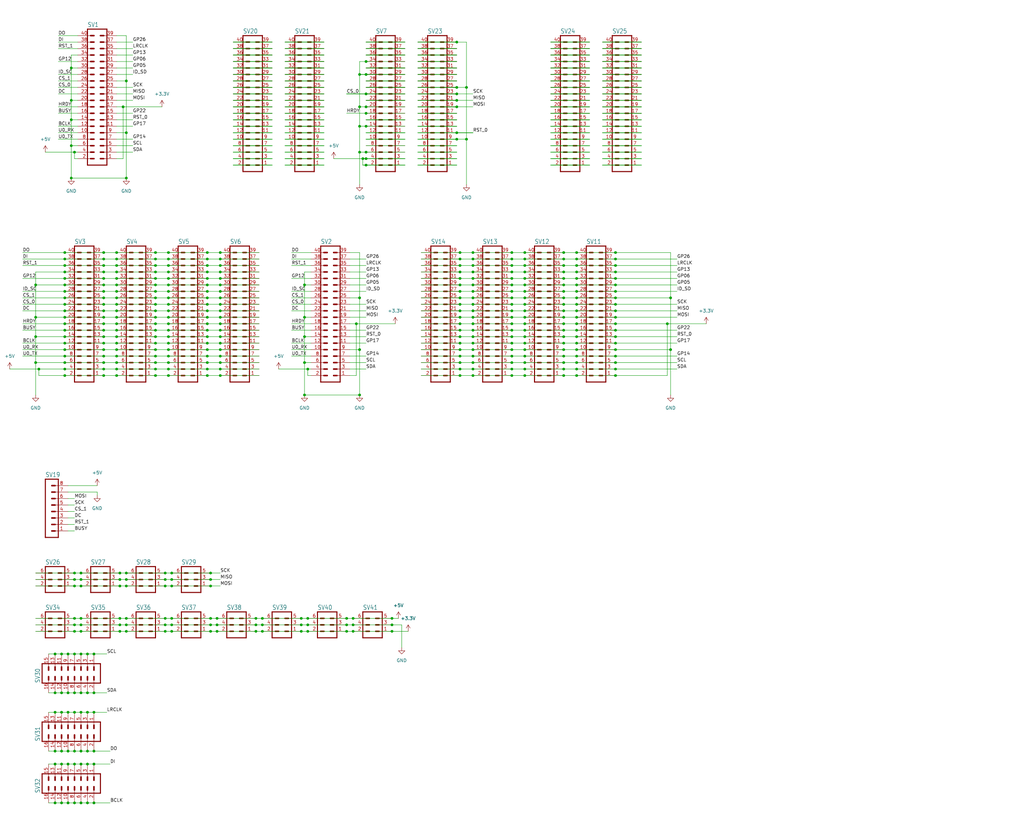
<source format=kicad_sch>
(kicad_sch (version 20231120) (generator "eeschema") (generator_version "8.0")
  (paper "User" 401.472 326.085)
  (junction (at 67.31 229.87))
  (junction (at 200.66 99.06))
  (junction (at 226.06 139.7))
  (junction (at 86.36 132.08))
  (junction (at 45.72 144.78))
  (junction (at 81.28 114.3))
  (junction (at 81.28 129.54))
  (junction (at 180.34 124.46))
  (junction (at 66.04 111.76))
  (junction (at 220.98 142.24))
  (junction (at 241.3 119.38))
  (junction (at 60.96 121.92))
  (junction (at 86.36 139.7))
  (junction (at 26.67 271.78))
  (junction (at 81.28 147.32))
  (junction (at 66.04 106.68))
  (junction (at 226.06 129.54))
  (junction (at 67.31 227.33))
  (junction (at 45.72 101.6))
  (junction (at 185.42 119.38))
  (junction (at 81.28 116.84))
  (junction (at 24.13 271.78))
  (junction (at 179.07 34.29))
  (junction (at 241.3 137.16))
  (junction (at 185.42 99.06))
  (junction (at 31.75 224.79))
  (junction (at 34.29 279.4))
  (junction (at 180.34 109.22))
  (junction (at 220.98 121.92))
  (junction (at 200.66 137.16))
  (junction (at 142.24 62.23))
  (junction (at 27.94 46.99))
  (junction (at 21.59 294.64))
  (junction (at 31.75 314.96))
  (junction (at 46.99 247.65))
  (junction (at 226.06 114.3))
  (junction (at 86.36 106.68))
  (junction (at 220.98 129.54))
  (junction (at 64.77 247.65))
  (junction (at 81.28 139.7))
  (junction (at 118.11 242.57))
  (junction (at 60.96 116.84))
  (junction (at 241.3 129.54))
  (junction (at 15.24 144.78))
  (junction (at 262.89 116.84))
  (junction (at 26.67 279.4))
  (junction (at 205.74 104.14))
  (junction (at 102.87 247.65))
  (junction (at 66.04 124.46))
  (junction (at 60.96 132.08))
  (junction (at 66.04 101.6))
  (junction (at 185.42 114.3))
  (junction (at 200.66 109.22))
  (junction (at 85.09 245.11))
  (junction (at 182.88 34.29))
  (junction (at 40.64 121.92))
  (junction (at 241.3 104.14))
  (junction (at 45.72 127))
  (junction (at 64.77 245.11))
  (junction (at 45.72 114.3))
  (junction (at 226.06 106.68))
  (junction (at 29.21 59.69))
  (junction (at 205.74 101.6))
  (junction (at 81.28 119.38))
  (junction (at 34.29 299.72))
  (junction (at 36.83 299.72))
  (junction (at 45.72 109.22))
  (junction (at 26.67 294.64))
  (junction (at 205.74 119.38))
  (junction (at 31.75 245.11))
  (junction (at 119.38 154.94))
  (junction (at 226.06 111.76))
  (junction (at 66.04 137.16))
  (junction (at 81.28 144.78))
  (junction (at 220.98 137.16))
  (junction (at 135.89 242.57))
  (junction (at 64.77 242.57))
  (junction (at 180.34 114.3))
  (junction (at 60.96 147.32))
  (junction (at 226.06 134.62))
  (junction (at 25.4 119.38))
  (junction (at 100.33 245.11))
  (junction (at 40.64 116.84))
  (junction (at 49.53 229.87))
  (junction (at 24.13 299.72))
  (junction (at 100.33 247.65))
  (junction (at 205.74 99.06))
  (junction (at 180.34 104.14))
  (junction (at 40.64 134.62))
  (junction (at 60.96 142.24))
  (junction (at 25.4 116.84))
  (junction (at 25.4 139.7))
  (junction (at 81.28 99.06))
  (junction (at 66.04 109.22))
  (junction (at 200.66 142.24))
  (junction (at 81.28 121.92))
  (junction (at 200.66 139.7))
  (junction (at 143.51 44.45))
  (junction (at 40.64 127))
  (junction (at 36.83 279.4))
  (junction (at 153.67 247.65))
  (junction (at 100.33 242.57))
  (junction (at 185.42 127))
  (junction (at 31.75 271.78))
  (junction (at 66.04 119.38))
  (junction (at 45.72 111.76))
  (junction (at 29.21 247.65))
  (junction (at 40.64 139.7))
  (junction (at 45.72 124.46))
  (junction (at 200.66 132.08))
  (junction (at 66.04 142.24))
  (junction (at 200.66 147.32))
  (junction (at 205.74 132.08))
  (junction (at 200.66 124.46))
  (junction (at 143.51 41.91))
  (junction (at 60.96 129.54))
  (junction (at 86.36 104.14))
  (junction (at 185.42 129.54))
  (junction (at 45.72 139.7))
  (junction (at 46.99 245.11))
  (junction (at 40.64 119.38))
  (junction (at 205.74 109.22))
  (junction (at 25.4 129.54))
  (junction (at 27.94 69.85))
  (junction (at 45.72 147.32))
  (junction (at 205.74 134.62))
  (junction (at 261.62 127))
  (junction (at 31.75 229.87))
  (junction (at 205.74 127))
  (junction (at 179.07 16.51))
  (junction (at 27.94 26.67))
  (junction (at 36.83 294.64))
  (junction (at 25.4 127))
  (junction (at 220.98 111.76))
  (junction (at 180.34 139.7))
  (junction (at 81.28 106.68))
  (junction (at 36.83 256.54))
  (junction (at 226.06 127))
  (junction (at 40.64 124.46))
  (junction (at 40.64 129.54))
  (junction (at 140.97 154.94))
  (junction (at 119.38 132.08))
  (junction (at 140.97 29.21))
  (junction (at 49.53 242.57))
  (junction (at 180.34 142.24))
  (junction (at 179.07 54.61))
  (junction (at 82.55 229.87))
  (junction (at 60.96 134.62))
  (junction (at 138.43 247.65))
  (junction (at 25.4 124.46))
  (junction (at 118.11 247.65))
  (junction (at 31.75 256.54))
  (junction (at 140.97 116.84))
  (junction (at 241.3 99.06))
  (junction (at 180.34 132.08))
  (junction (at 29.21 279.4))
  (junction (at 67.31 245.11))
  (junction (at 31.75 294.64))
  (junction (at 140.97 59.69))
  (junction (at 31.75 279.4))
  (junction (at 205.74 147.32))
  (junction (at 81.28 124.46))
  (junction (at 60.96 137.16))
  (junction (at 86.36 114.3))
  (junction (at 40.64 106.68))
  (junction (at 13.97 111.76))
  (junction (at 185.42 134.62))
  (junction (at 226.06 124.46))
  (junction (at 81.28 104.14))
  (junction (at 205.74 114.3))
  (junction (at 66.04 99.06))
  (junction (at 143.51 59.69))
  (junction (at 241.3 142.24))
  (junction (at 119.38 142.24))
  (junction (at 82.55 227.33))
  (junction (at 24.13 294.64))
  (junction (at 60.96 114.3))
  (junction (at 81.28 142.24))
  (junction (at 46.99 229.87))
  (junction (at 185.42 121.92))
  (junction (at 21.59 279.4))
  (junction (at 31.75 299.72))
  (junction (at 40.64 142.24))
  (junction (at 241.3 121.92))
  (junction (at 200.66 134.62))
  (junction (at 40.64 109.22))
  (junction (at 13.97 124.46))
  (junction (at 66.04 129.54))
  (junction (at 135.89 245.11))
  (junction (at 49.53 227.33))
  (junction (at 29.21 227.33))
  (junction (at 180.34 127))
  (junction (at 179.07 39.37))
  (junction (at 45.72 134.62))
  (junction (at 226.06 132.08))
  (junction (at 220.98 116.84))
  (junction (at 49.53 245.11))
  (junction (at 185.42 116.84))
  (junction (at 120.65 242.57))
  (junction (at 66.04 134.62))
  (junction (at 66.04 139.7))
  (junction (at 220.98 124.46))
  (junction (at 40.64 144.78))
  (junction (at 86.36 147.32))
  (junction (at 119.38 111.76))
  (junction (at 200.66 144.78))
  (junction (at 60.96 119.38))
  (junction (at 21.59 256.54))
  (junction (at 86.36 111.76))
  (junction (at 185.42 104.14))
  (junction (at 241.3 109.22))
  (junction (at 200.66 106.68))
  (junction (at 86.36 119.38))
  (junction (at 66.04 114.3))
  (junction (at 220.98 109.22))
  (junction (at 60.96 124.46))
  (junction (at 40.64 104.14))
  (junction (at 27.94 57.15))
  (junction (at 180.34 144.78))
  (junction (at 241.3 124.46))
  (junction (at 179.07 36.83))
  (junction (at 24.13 314.96))
  (junction (at 25.4 142.24))
  (junction (at 241.3 116.84))
  (junction (at 49.53 247.65))
  (junction (at 45.72 132.08))
  (junction (at 66.04 104.14))
  (junction (at 86.36 124.46))
  (junction (at 205.74 142.24))
  (junction (at 24.13 256.54))
  (junction (at 29.21 224.79))
  (junction (at 241.3 147.32))
  (junction (at 66.04 132.08))
  (junction (at 143.51 24.13))
  (junction (at 120.65 245.11))
  (junction (at 220.98 99.06))
  (junction (at 153.67 242.57))
  (junction (at 34.29 314.96))
  (junction (at 25.4 106.68))
  (junction (at 86.36 127))
  (junction (at 25.4 134.62))
  (junction (at 226.06 104.14))
  (junction (at 226.06 109.22))
  (junction (at 143.51 36.83))
  (junction (at 241.3 144.78))
  (junction (at 220.98 119.38))
  (junction (at 29.21 229.87))
  (junction (at 135.89 247.65))
  (junction (at 153.67 245.11))
  (junction (at 45.72 129.54))
  (junction (at 49.53 224.79))
  (junction (at 205.74 144.78))
  (junction (at 200.66 116.84))
  (junction (at 66.04 127))
  (junction (at 185.42 101.6))
  (junction (at 226.06 116.84))
  (junction (at 40.64 114.3))
  (junction (at 182.88 54.61))
  (junction (at 241.3 134.62))
  (junction (at 86.36 99.06))
  (junction (at 25.4 111.76))
  (junction (at 86.36 129.54))
  (junction (at 179.07 52.07))
  (junction (at 241.3 127))
  (junction (at 25.4 114.3))
  (junction (at 40.64 137.16))
  (junction (at 29.21 256.54))
  (junction (at 140.97 137.16))
  (junction (at 45.72 137.16))
  (junction (at 64.77 224.79))
  (junction (at 220.98 144.78))
  (junction (at 200.66 129.54))
  (junction (at 220.98 106.68))
  (junction (at 34.29 294.64))
  (junction (at 60.96 139.7))
  (junction (at 45.72 121.92))
  (junction (at 81.28 137.16))
  (junction (at 200.66 111.76))
  (junction (at 205.74 124.46))
  (junction (at 31.75 242.57))
  (junction (at 226.06 101.6))
  (junction (at 82.55 247.65))
  (junction (at 226.06 119.38))
  (junction (at 200.66 101.6))
  (junction (at 180.34 99.06))
  (junction (at 60.96 104.14))
  (junction (at 13.97 132.08))
  (junction (at 220.98 139.7))
  (junction (at 60.96 106.68))
  (junction (at 226.06 121.92))
  (junction (at 81.28 109.22))
  (junction (at 86.36 134.62))
  (junction (at 241.3 139.7))
  (junction (at 226.06 142.24))
  (junction (at 180.34 134.62))
  (junction (at 220.98 147.32))
  (junction (at 180.34 121.92))
  (junction (at 200.66 119.38))
  (junction (at 220.98 127))
  (junction (at 25.4 137.16))
  (junction (at 25.4 144.78))
  (junction (at 27.94 39.37))
  (junction (at 205.74 139.7))
  (junction (at 29.21 271.78))
  (junction (at 86.36 144.78))
  (junction (at 25.4 101.6))
  (junction (at 120.65 144.78))
  (junction (at 200.66 121.92))
  (junction (at 26.67 299.72))
  (junction (at 185.42 144.78))
  (junction (at 24.13 279.4))
  (junction (at 45.72 119.38))
  (junction (at 66.04 116.84))
  (junction (at 60.96 101.6))
  (junction (at 143.51 64.77))
  (junction (at 185.42 137.16))
  (junction (at 185.42 111.76))
  (junction (at 180.34 106.68))
  (junction (at 86.36 116.84))
  (junction (at 25.4 132.08))
  (junction (at 49.53 69.85))
  (junction (at 185.42 139.7))
  (junction (at 226.06 99.06))
  (junction (at 119.38 124.46))
  (junction (at 82.55 245.11))
  (junction (at 143.51 29.21))
  (junction (at 49.53 31.75))
  (junction (at 220.98 132.08))
  (junction (at 185.42 106.68))
  (junction (at 180.34 147.32))
  (junction (at 66.04 121.92))
  (junction (at 34.29 271.78))
  (junction (at 60.96 99.06))
  (junction (at 13.97 142.24))
  (junction (at 185.42 124.46))
  (junction (at 205.74 121.92))
  (junction (at 102.87 242.57))
  (junction (at 226.06 137.16))
  (junction (at 82.55 242.57))
  (junction (at 85.09 242.57))
  (junction (at 48.26 41.91))
  (junction (at 140.97 41.91))
  (junction (at 29.21 314.96))
  (junction (at 29.21 242.57))
  (junction (at 40.64 147.32))
  (junction (at 21.59 314.96))
  (junction (at 64.77 229.87))
  (junction (at 180.34 111.76))
  (junction (at 179.07 41.91))
  (junction (at 220.98 104.14))
  (junction (at 180.34 129.54))
  (junction (at 138.43 242.57))
  (junction (at 85.09 247.65))
  (junction (at 34.29 256.54))
  (junction (at 180.34 119.38))
  (junction (at 25.4 99.06))
  (junction (at 185.42 142.24))
  (junction (at 200.66 104.14))
  (junction (at 26.67 314.96))
  (junction (at 205.74 116.84))
  (junction (at 40.64 101.6))
  (junction (at 25.4 104.14))
  (junction (at 180.34 137.16))
  (junction (at 31.75 247.65))
  (junction (at 86.36 121.92))
  (junction (at 29.21 245.11))
  (junction (at 46.99 242.57))
  (junction (at 25.4 121.92))
  (junction (at 102.87 245.11))
  (junction (at 200.66 114.3))
  (junction (at 180.34 116.84))
  (junction (at 220.98 101.6))
  (junction (at 241.3 132.08))
  (junction (at 143.51 49.53))
  (junction (at 46.99 227.33))
  (junction (at 21.59 271.78))
  (junction (at 226.06 144.78))
  (junction (at 60.96 109.22))
  (junction (at 220.98 134.62))
  (junction (at 67.31 224.79))
  (junction (at 143.51 62.23))
  (junction (at 45.72 116.84))
  (junction (at 45.72 106.68))
  (junction (at 86.36 142.24))
  (junction (at 25.4 147.32))
  (junction (at 226.06 147.32))
  (junction (at 120.65 247.65))
  (junction (at 262.89 137.16))
  (junction (at 81.28 111.76))
  (junction (at 81.28 134.62))
  (junction (at 45.72 104.14))
  (junction (at 205.74 129.54))
  (junction (at 185.42 109.22))
  (junction (at 40.64 132.08))
  (junction (at 205.74 111.76))
  (junction (at 36.83 314.96))
  (junction (at 139.7 127))
  (junction (at 81.28 127))
  (junction (at 82.55 224.79))
  (junction (at 40.64 99.06))
  (junction (at 66.04 144.78))
  (junction (at 200.66 127))
  (junction (at 64.77 227.33))
  (junction (at 21.59 299.72))
  (junction (at 67.31 242.57))
  (junction (at 86.36 101.6))
  (junction (at 60.96 127))
  (junction (at 45.72 142.24))
  (junction (at 45.72 99.06))
  (junction (at 220.98 114.3))
  (junction (at 241.3 101.6))
  (junction (at 241.3 106.68))
  (junction (at 81.28 101.6))
  (junction (at 86.36 109.22))
  (junction (at 31.75 227.33))
  (junction (at 138.43 245.11))
  (junction (at 49.53 52.07))
  (junction (at 185.42 147.32))
  (junction (at 180.34 101.6))
  (junction (at 81.28 132.08))
  (junction (at 67.31 247.65))
  (junction (at 86.36 137.16))
  (junction (at 40.64 111.76))
  (junction (at 205.74 106.68))
  (junction (at 46.99 224.79))
  (junction (at 205.74 137.16))
  (junction (at 60.96 144.78))
  (junction (at 118.11 245.11))
  (junction (at 66.04 147.32))
  (junction (at 25.4 109.22))
  (junction (at 185.42 132.08))
  (junction (at 36.83 271.78))
  (junction (at 241.3 114.3))
  (junction (at 29.21 294.64))
  (junction (at 140.97 49.53))
  (junction (at 241.3 111.76))
  (junction (at 29.21 299.72))
  (junction (at 60.96 111.76))
  (junction (at 26.67 256.54))
  (wire (pts (xy 25.4 142.24) (xy 40.64 142.24)))
  (wire (pts (xy 241.3 127) (xy 261.62 127)))
  (wire (pts (xy 179.07 34.29) (xy 182.88 34.29)))
  (wire (pts (xy 236.22 54.61) (xy 251.46 54.61)) (stroke (width 0.254)))
  (wire (pts (xy 179.07 29.21) (xy 163.83 29.21)) (stroke (width 0.254)))
  (wire (pts (xy 45.72 59.69) (xy 52.07 59.69)))
  (wire (pts (xy 40.64 134.62) (xy 45.72 134.62)))
  (wire (pts (xy 251.46 19.05) (xy 236.22 19.05)) (stroke (width 0.254)))
  (wire (pts (xy 45.72 106.68) (xy 60.96 106.68)))
  (wire (pts (xy 60.96 119.38) (xy 66.04 119.38)))
  (wire (pts (xy 19.05 299.72) (xy 21.59 299.72)))
  (wire (pts (xy 82.55 224.79) (xy 86.36 224.79)))
  (wire (pts (xy 60.96 127) (xy 66.04 127)))
  (wire (pts (xy 30.48 57.15) (xy 27.94 57.15)))
  (wire (pts (xy 241.3 137.16) (xy 262.89 137.16)))
  (wire (pts (xy 142.24 64.77) (xy 143.51 64.77)) (stroke (width 0.254)))
  (wire (pts (xy 241.3 116.84) (xy 262.89 116.84)))
  (wire (pts (xy 66.04 119.38) (xy 81.28 119.38)))
  (wire (pts (xy 180.34 147.32) (xy 185.42 147.32)))
  (wire (pts (xy 106.68 41.91) (xy 91.44 41.91)) (stroke (width 0.254)))
  (wire (pts (xy 179.07 31.75) (xy 163.83 31.75)) (stroke (width 0.254)))
  (wire (pts (xy 140.97 154.94) (xy 140.97 137.16)))
  (wire (pts (xy 251.46 62.23) (xy 236.22 62.23)) (stroke (width 0.254)))
  (wire (pts (xy 45.72 26.67) (xy 52.07 26.67)))
  (wire (pts (xy 25.4 121.92) (xy 40.64 121.92)))
  (wire (pts (xy 13.97 132.08) (xy 25.4 132.08)))
  (wire (pts (xy 215.9 54.61) (xy 231.14 54.61)) (stroke (width 0.254)))
  (wire (pts (xy 119.38 111.76) (xy 121.92 111.76)))
  (wire (pts (xy 241.3 144.78) (xy 265.43 144.78)))
  (wire (pts (xy 27.94 69.85) (xy 49.53 69.85)))
  (wire (pts (xy 13.97 111.76) (xy 13.97 106.68)))
  (wire (pts (xy 251.46 46.99) (xy 236.22 46.99)) (stroke (width 0.254)))
  (wire (pts (xy 179.07 52.07) (xy 163.83 52.07)) (stroke (width 0.254)))
  (wire (pts (xy 86.36 121.92) (xy 101.6 121.92)))
  (wire (pts (xy 143.51 29.21) (xy 158.75 29.21)) (stroke (width 0.254)))
  (wire (pts (xy 45.72 62.23) (xy 48.26 62.23)))
  (wire (pts (xy 45.72 119.38) (xy 60.96 119.38)))
  (wire (pts (xy 127 29.21) (xy 111.76 29.21)) (stroke (width 0.254)))
  (wire (pts (xy 45.72 39.37) (xy 52.07 39.37)))
  (wire (pts (xy 29.21 299.72) (xy 31.75 299.72)))
  (wire (pts (xy 140.97 29.21) (xy 140.97 24.13)))
  (wire (pts (xy 251.46 41.91) (xy 236.22 41.91)) (stroke (width 0.254)))
  (wire (pts (xy 118.11 245.11) (xy 120.65 245.11)))
  (wire (pts (xy 24.13 294.64) (xy 26.67 294.64)))
  (wire (pts (xy 137.16 129.54) (xy 143.51 129.54)))
  (wire (pts (xy 22.86 54.61) (xy 30.48 54.61)))
  (wire (pts (xy 236.22 16.51) (xy 251.46 16.51)) (stroke (width 0.254)))
  (wire (pts (xy 140.97 49.53) (xy 140.97 41.91)))
  (wire (pts (xy 111.76 39.37) (xy 127 39.37)) (stroke (width 0.254)))
  (wire (pts (xy 22.86 52.07) (xy 30.48 52.07)))
  (wire (pts (xy 226.06 109.22) (xy 241.3 109.22)))
  (wire (pts (xy 200.66 137.16) (xy 205.74 137.16)))
  (wire (pts (xy 40.64 109.22) (xy 45.72 109.22)))
  (wire (pts (xy 25.4 144.78) (xy 40.64 144.78)))
  (wire (pts (xy 66.04 139.7) (xy 81.28 139.7)))
  (wire (pts (xy 27.94 57.15) (xy 27.94 69.85)))
  (wire (pts (xy 45.72 127) (xy 60.96 127)))
  (wire (pts (xy 22.86 31.75) (xy 30.48 31.75)))
  (wire (pts (xy 40.64 144.78) (xy 45.72 144.78)))
  (wire (pts (xy 114.3 101.6) (xy 121.92 101.6)))
  (wire (pts (xy 220.98 109.22) (xy 226.06 109.22)))
  (wire (pts (xy 220.98 111.76) (xy 226.06 111.76)))
  (wire (pts (xy 200.66 144.78) (xy 205.74 144.78)))
  (wire (pts (xy 180.34 104.14) (xy 185.42 104.14)))
  (wire (pts (xy 137.16 99.06) (xy 140.97 99.06)))
  (wire (pts (xy 261.62 147.32) (xy 241.3 147.32)))
  (wire (pts (xy 81.28 137.16) (xy 86.36 137.16)))
  (wire (pts (xy 165.1 119.38) (xy 180.34 119.38)))
  (wire (pts (xy 137.16 109.22) (xy 143.51 109.22)))
  (wire (pts (xy 86.36 144.78) (xy 101.6 144.78)))
  (wire (pts (xy 137.16 144.78) (xy 143.51 144.78)))
  (wire (pts (xy 81.28 144.78) (xy 86.36 144.78)))
  (wire (pts (xy 45.72 147.32) (xy 60.96 147.32)))
  (wire (pts (xy 180.34 144.78) (xy 185.42 144.78)))
  (wire (pts (xy 114.3 116.84) (xy 121.92 116.84)))
  (wire (pts (xy 179.07 39.37) (xy 185.42 39.37)))
  (wire (pts (xy 137.16 132.08) (xy 143.51 132.08)))
  (wire (pts (xy 100.33 245.11) (xy 102.87 245.11)))
  (wire (pts (xy 21.59 256.54) (xy 24.13 256.54)))
  (wire (pts (xy 82.55 247.65) (xy 85.09 247.65)))
  (wire (pts (xy 251.46 52.07) (xy 236.22 52.07)) (stroke (width 0.254)))
  (wire (pts (xy 114.3 129.54) (xy 121.92 129.54)))
  (wire (pts (xy 81.28 111.76) (xy 86.36 111.76)))
  (wire (pts (xy 29.21 59.69) (xy 29.21 62.23)))
  (wire (pts (xy 241.3 101.6) (xy 265.43 101.6)))
  (wire (pts (xy 19.05 279.4) (xy 21.59 279.4)))
  (wire (pts (xy 205.74 109.22) (xy 220.98 109.22)))
  (wire (pts (xy 140.97 59.69) (xy 140.97 72.39)))
  (wire (pts (xy 49.53 31.75) (xy 49.53 52.07)))
  (wire (pts (xy 8.89 137.16) (xy 25.4 137.16)))
  (wire (pts (xy 13.97 142.24) (xy 13.97 154.94)))
  (wire (pts (xy 165.1 134.62) (xy 180.34 134.62)))
  (wire (pts (xy 120.65 242.57) (xy 135.89 242.57)))
  (wire (pts (xy 45.72 132.08) (xy 60.96 132.08)))
  (wire (pts (xy 114.3 119.38) (xy 121.92 119.38)))
  (wire (pts (xy 215.9 39.37) (xy 231.14 39.37)) (stroke (width 0.254)))
  (wire (pts (xy 81.28 116.84) (xy 86.36 116.84)))
  (wire (pts (xy 111.76 44.45) (xy 127 44.45)) (stroke (width 0.254)))
  (wire (pts (xy 262.89 99.06) (xy 262.89 116.84)))
  (wire (pts (xy 205.74 134.62) (xy 220.98 134.62)))
  (wire (pts (xy 29.21 59.69) (xy 30.48 59.69)))
  (wire (pts (xy 205.74 121.92) (xy 220.98 121.92)))
  (wire (pts (xy 231.14 41.91) (xy 215.9 41.91)) (stroke (width 0.254)))
  (wire (pts (xy 137.16 104.14) (xy 143.51 104.14)))
  (wire (pts (xy 215.9 49.53) (xy 231.14 49.53)) (stroke (width 0.254)))
  (wire (pts (xy 185.42 142.24) (xy 200.66 142.24)))
  (wire (pts (xy 25.4 127) (xy 40.64 127)))
  (wire (pts (xy 127 36.83) (xy 111.76 36.83)) (stroke (width 0.254)))
  (wire (pts (xy 45.72 24.13) (xy 52.07 24.13)))
  (wire (pts (xy 119.38 132.08) (xy 121.92 132.08)))
  (wire (pts (xy 127 52.07) (xy 111.76 52.07)) (stroke (width 0.254)))
  (wire (pts (xy 157.48 245.11) (xy 157.48 254)))
  (wire (pts (xy 60.96 137.16) (xy 66.04 137.16)))
  (wire (pts (xy 200.66 139.7) (xy 205.74 139.7)))
  (wire (pts (xy 64.77 227.33) (xy 67.31 227.33)))
  (wire (pts (xy 46.99 242.57) (xy 49.53 242.57)))
  (wire (pts (xy 205.74 99.06) (xy 220.98 99.06)))
  (wire (pts (xy 29.21 245.11) (xy 31.75 245.11)))
  (wire (pts (xy 231.14 57.15) (xy 215.9 57.15)) (stroke (width 0.254)))
  (wire (pts (xy 163.83 21.59) (xy 179.07 21.59)) (stroke (width 0.254)))
  (wire (pts (xy 81.28 114.3) (xy 86.36 114.3)))
  (wire (pts (xy 34.29 314.96) (xy 36.83 314.96)))
  (wire (pts (xy 143.51 24.13) (xy 158.75 24.13)))
  (wire (pts (xy 40.64 99.06) (xy 45.72 99.06)))
  (wire (pts (xy 86.36 134.62) (xy 101.6 134.62)))
  (wire (pts (xy 165.1 114.3) (xy 180.34 114.3)))
  (wire (pts (xy 163.83 57.15) (xy 179.07 57.15)) (stroke (width 0.254)))
  (wire (pts (xy 66.04 144.78) (xy 81.28 144.78)))
  (wire (pts (xy 106.68 24.13) (xy 91.44 24.13)) (stroke (width 0.254)))
  (wire (pts (xy 25.4 104.14) (xy 40.64 104.14)))
  (wire (pts (xy 31.75 256.54) (xy 34.29 256.54)))
  (wire (pts (xy 139.7 127) (xy 154.94 127)))
  (wire (pts (xy 60.96 129.54) (xy 66.04 129.54)))
  (wire (pts (xy 29.21 200.66) (xy 26.67 200.66)))
  (wire (pts (xy 106.68 62.23) (xy 91.44 62.23)) (stroke (width 0.254)))
  (wire (pts (xy 143.51 59.69) (xy 158.75 59.69)))
  (wire (pts (xy 158.75 19.05) (xy 143.51 19.05)) (stroke (width 0.254)))
  (wire (pts (xy 182.88 34.29) (xy 182.88 54.61)))
  (wire (pts (xy 36.83 279.4) (xy 41.91 279.4)))
  (wire (pts (xy 67.31 229.87) (xy 82.55 229.87)))
  (wire (pts (xy 29.21 198.12) (xy 26.67 198.12)))
  (wire (pts (xy 8.89 114.3) (xy 25.4 114.3)))
  (wire (pts (xy 226.06 99.06) (xy 241.3 99.06)))
  (wire (pts (xy 220.98 144.78) (xy 226.06 144.78)))
  (wire (pts (xy 86.36 116.84) (xy 101.6 116.84)))
  (wire (pts (xy 8.89 134.62) (xy 25.4 134.62)))
  (wire (pts (xy 220.98 104.14) (xy 226.06 104.14)))
  (wire (pts (xy 86.36 109.22) (xy 101.6 109.22)))
  (wire (pts (xy 66.04 142.24) (xy 81.28 142.24)))
  (wire (pts (xy 13.97 132.08) (xy 13.97 124.46)))
  (wire (pts (xy 121.92 142.24) (xy 119.38 142.24)))
  (wire (pts (xy 66.04 104.14) (xy 81.28 104.14)))
  (wire (pts (xy 180.34 119.38) (xy 185.42 119.38)))
  (wire (pts (xy 22.86 34.29) (xy 30.48 34.29)))
  (wire (pts (xy 220.98 147.32) (xy 226.06 147.32)))
  (wire (pts (xy 22.86 19.05) (xy 30.48 19.05)))
  (wire (pts (xy 45.72 139.7) (xy 60.96 139.7)))
  (wire (pts (xy 251.46 24.13) (xy 236.22 24.13)) (stroke (width 0.254)))
  (wire (pts (xy 226.06 127) (xy 241.3 127)))
  (wire (pts (xy 60.96 132.08) (xy 66.04 132.08)))
  (wire (pts (xy 165.1 132.08) (xy 180.34 132.08)))
  (wire (pts (xy 127 24.13) (xy 111.76 24.13)) (stroke (width 0.254)))
  (wire (pts (xy 40.64 137.16) (xy 45.72 137.16)))
  (wire (pts (xy 45.72 114.3) (xy 60.96 114.3)))
  (wire (pts (xy 64.77 224.79) (xy 67.31 224.79)))
  (wire (pts (xy 179.07 41.91) (xy 163.83 41.91)) (stroke (width 0.254)))
  (wire (pts (xy 185.42 124.46) (xy 200.66 124.46)))
  (wire (pts (xy 26.67 294.64) (xy 29.21 294.64)))
  (wire (pts (xy 21.59 294.64) (xy 24.13 294.64)))
  (wire (pts (xy 27.94 26.67) (xy 30.48 26.67)))
  (wire (pts (xy 3.81 144.78) (xy 15.24 144.78)))
  (wire (pts (xy 226.06 104.14) (xy 241.3 104.14)))
  (wire (pts (xy 143.51 16.51) (xy 158.75 16.51)) (stroke (width 0.254)))
  (wire (pts (xy 102.87 245.11) (xy 118.11 245.11)))
  (wire (pts (xy 60.96 111.76) (xy 66.04 111.76)))
  (wire (pts (xy 205.74 139.7) (xy 220.98 139.7)))
  (wire (pts (xy 180.34 132.08) (xy 185.42 132.08)))
  (wire (pts (xy 180.34 101.6) (xy 185.42 101.6)))
  (wire (pts (xy 163.83 34.29) (xy 179.07 34.29)) (stroke (width 0.254)))
  (wire (pts (xy 205.74 119.38) (xy 220.98 119.38)))
  (wire (pts (xy 8.89 104.14) (xy 25.4 104.14)))
  (wire (pts (xy 8.89 109.22) (xy 25.4 109.22)))
  (wire (pts (xy 220.98 132.08) (xy 226.06 132.08)))
  (wire (pts (xy 165.1 137.16) (xy 180.34 137.16)))
  (wire (pts (xy 205.74 116.84) (xy 220.98 116.84)))
  (wire (pts (xy 91.44 59.69) (xy 106.68 59.69)) (stroke (width 0.254)))
  (wire (pts (xy 231.14 31.75) (xy 215.9 31.75)) (stroke (width 0.254)))
  (wire (pts (xy 26.67 279.4) (xy 29.21 279.4)))
  (wire (pts (xy 241.3 129.54) (xy 265.43 129.54)))
  (wire (pts (xy 91.44 21.59) (xy 106.68 21.59)) (stroke (width 0.254)))
  (wire (pts (xy 215.9 59.69) (xy 231.14 59.69)) (stroke (width 0.254)))
  (wire (pts (xy 15.24 144.78) (xy 15.24 147.32)))
  (wire (pts (xy 8.89 139.7) (xy 25.4 139.7)))
  (wire (pts (xy 226.06 121.92) (xy 241.3 121.92)))
  (wire (pts (xy 64.77 247.65) (xy 67.31 247.65)))
  (wire (pts (xy 86.36 119.38) (xy 101.6 119.38)))
  (wire (pts (xy 220.98 142.24) (xy 226.06 142.24)))
  (wire (pts (xy 185.42 139.7) (xy 200.66 139.7)))
  (wire (pts (xy 91.44 34.29) (xy 106.68 34.29)) (stroke (width 0.254)))
  (wire (pts (xy 251.46 57.15) (xy 236.22 57.15)) (stroke (width 0.254)))
  (wire (pts (xy 226.06 134.62) (xy 241.3 134.62)))
  (wire (pts (xy 180.34 116.84) (xy 185.42 116.84)))
  (wire (pts (xy 137.16 116.84) (xy 140.97 116.84)))
  (wire (pts (xy 45.72 19.05) (xy 52.07 19.05)))
  (wire (pts (xy 40.64 101.6) (xy 45.72 101.6)))
  (wire (pts (xy 81.28 132.08) (xy 86.36 132.08)))
  (wire (pts (xy 25.4 101.6) (xy 40.64 101.6)))
  (wire (pts (xy 111.76 49.53) (xy 127 49.53)) (stroke (width 0.254)))
  (wire (pts (xy 163.83 16.51) (xy 179.07 16.51)) (stroke (width 0.254)))
  (wire (pts (xy 64.77 242.57) (xy 67.31 242.57)))
  (wire (pts (xy 106.68 46.99) (xy 91.44 46.99)) (stroke (width 0.254)))
  (wire (pts (xy 143.51 34.29) (xy 158.75 34.29)) (stroke (width 0.254)))
  (wire (pts (xy 48.26 62.23) (xy 48.26 41.91)))
  (wire (pts (xy 40.64 104.14) (xy 45.72 104.14)))
  (wire (pts (xy 86.36 111.76) (xy 101.6 111.76)))
  (wire (pts (xy 185.42 127) (xy 200.66 127)))
  (wire (pts (xy 226.06 124.46) (xy 241.3 124.46)))
  (wire (pts (xy 138.43 247.65) (xy 153.67 247.65)))
  (wire (pts (xy 158.75 31.75) (xy 143.51 31.75)) (stroke (width 0.254)))
  (wire (pts (xy 114.3 104.14) (xy 121.92 104.14)))
  (wire (pts (xy 163.83 64.77) (xy 179.07 64.77)) (stroke (width 0.254)))
  (wire (pts (xy 179.07 16.51) (xy 182.88 16.51)))
  (wire (pts (xy 127 62.23) (xy 111.76 62.23)) (stroke (width 0.254)))
  (wire (pts (xy 220.98 124.46) (xy 226.06 124.46)))
  (wire (pts (xy 86.36 142.24) (xy 101.6 142.24)))
  (wire (pts (xy 66.04 114.3) (xy 81.28 114.3)))
  (wire (pts (xy 25.4 137.16) (xy 40.64 137.16)))
  (wire (pts (xy 114.3 121.92) (xy 121.92 121.92)))
  (wire (pts (xy 66.04 111.76) (xy 81.28 111.76)))
  (wire (pts (xy 46.99 227.33) (xy 49.53 227.33)))
  (wire (pts (xy 220.98 127) (xy 226.06 127)))
  (wire (pts (xy 30.48 62.23) (xy 29.21 62.23)))
  (wire (pts (xy 13.97 227.33) (xy 29.21 227.33)))
  (wire (pts (xy 111.76 59.69) (xy 127 59.69)) (stroke (width 0.254)))
  (wire (pts (xy 165.1 124.46) (xy 180.34 124.46)))
  (wire (pts (xy 49.53 69.85) (xy 49.53 52.07)))
  (wire (pts (xy 215.9 21.59) (xy 231.14 21.59)) (stroke (width 0.254)))
  (wire (pts (xy 137.16 134.62) (xy 143.51 134.62)))
  (wire (pts (xy 163.83 44.45) (xy 179.07 44.45)) (stroke (width 0.254)))
  (wire (pts (xy 220.98 121.92) (xy 226.06 121.92)))
  (wire (pts (xy 185.42 121.92) (xy 200.66 121.92)))
  (wire (pts (xy 19.05 314.96) (xy 21.59 314.96)))
  (wire (pts (xy 179.07 52.07) (xy 185.42 52.07)) (stroke (width 0.254)))
  (wire (pts (xy 60.96 114.3) (xy 66.04 114.3)))
  (wire (pts (xy 91.44 64.77) (xy 106.68 64.77)) (stroke (width 0.254)))
  (wire (pts (xy 81.28 109.22) (xy 86.36 109.22)))
  (wire (pts (xy 215.9 26.67) (xy 231.14 26.67)) (stroke (width 0.254)))
  (wire (pts (xy 215.9 16.51) (xy 231.14 16.51)) (stroke (width 0.254)))
  (wire (pts (xy 25.4 116.84) (xy 40.64 116.84)))
  (wire (pts (xy 236.22 26.67) (xy 251.46 26.67)) (stroke (width 0.254)))
  (wire (pts (xy 40.64 111.76) (xy 45.72 111.76)))
  (wire (pts (xy 66.04 116.84) (xy 81.28 116.84)))
  (wire (pts (xy 236.22 49.53) (xy 251.46 49.53)) (stroke (width 0.254)))
  (wire (pts (xy 143.51 21.59) (xy 158.75 21.59)) (stroke (width 0.254)))
  (wire (pts (xy 31.75 299.72) (xy 34.29 299.72)))
  (wire (pts (xy 220.98 119.38) (xy 226.06 119.38)))
  (wire (pts (xy 140.97 41.91) (xy 143.51 41.91)))
  (wire (pts (xy 91.44 16.51) (xy 106.68 16.51)) (stroke (width 0.254)))
  (wire (pts (xy 13.97 245.11) (xy 29.21 245.11)))
  (wire (pts (xy 60.96 142.24) (xy 66.04 142.24)))
  (wire (pts (xy 143.51 41.91) (xy 158.75 41.91)))
  (wire (pts (xy 114.3 134.62) (xy 121.92 134.62)))
  (wire (pts (xy 111.76 64.77) (xy 127 64.77)) (stroke (width 0.254)))
  (wire (pts (xy 179.07 24.13) (xy 163.83 24.13)) (stroke (width 0.254)))
  (wire (pts (xy 86.36 129.54) (xy 101.6 129.54)))
  (wire (pts (xy 200.66 109.22) (xy 205.74 109.22)))
  (wire (pts (xy 119.38 111.76) (xy 119.38 106.68)))
  (wire (pts (xy 26.67 271.78) (xy 29.21 271.78)))
  (wire (pts (xy 91.44 39.37) (xy 106.68 39.37)) (stroke (width 0.254)))
  (wire (pts (xy 66.04 134.62) (xy 81.28 134.62)))
  (wire (pts (xy 220.98 116.84) (xy 226.06 116.84)))
  (wire (pts (xy 179.07 46.99) (xy 163.83 46.99)) (stroke (width 0.254)))
  (wire (pts (xy 45.72 144.78) (xy 60.96 144.78)))
  (wire (pts (xy 82.55 227.33) (xy 86.36 227.33)))
  (wire (pts (xy 13.97 142.24) (xy 13.97 132.08)))
  (wire (pts (xy 81.28 134.62) (xy 86.36 134.62)))
  (wire (pts (xy 163.83 39.37) (xy 179.07 39.37)) (stroke (width 0.254)))
  (wire (pts (xy 180.34 111.76) (xy 185.42 111.76)))
  (wire (pts (xy 26.67 205.74) (xy 29.21 205.74)))
  (wire (pts (xy 140.97 49.53) (xy 143.51 49.53)))
  (wire (pts (xy 185.42 129.54) (xy 200.66 129.54)))
  (wire (pts (xy 179.07 36.83) (xy 185.42 36.83)))
  (wire (pts (xy 241.3 99.06) (xy 262.89 99.06)))
  (wire (pts (xy 38.1 193.04) (xy 38.1 194.31)))
  (wire (pts (xy 8.89 119.38) (xy 25.4 119.38)))
  (wire (pts (xy 241.3 142.24) (xy 265.43 142.24)))
  (wire (pts (xy 67.31 247.65) (xy 82.55 247.65)))
  (wire (pts (xy 111.76 54.61) (xy 127 54.61)) (stroke (width 0.254)))
  (wire (pts (xy 31.75 247.65) (xy 46.99 247.65)))
  (wire (pts (xy 205.74 147.32) (xy 220.98 147.32)))
  (wire (pts (xy 31.75 224.79) (xy 46.99 224.79)))
  (wire (pts (xy 45.72 116.84) (xy 60.96 116.84)))
  (wire (pts (xy 13.97 124.46) (xy 13.97 111.76)))
  (wire (pts (xy 86.36 106.68) (xy 101.6 106.68)))
  (wire (pts (xy 137.16 106.68) (xy 143.51 106.68)))
  (wire (pts (xy 200.66 124.46) (xy 205.74 124.46)))
  (wire (pts (xy 180.34 121.92) (xy 185.42 121.92)))
  (wire (pts (xy 21.59 271.78) (xy 24.13 271.78)))
  (wire (pts (xy 185.42 147.32) (xy 200.66 147.32)))
  (wire (pts (xy 66.04 132.08) (xy 81.28 132.08)))
  (wire (pts (xy 29.21 256.54) (xy 31.75 256.54)))
  (wire (pts (xy 60.96 99.06) (xy 66.04 99.06)))
  (wire (pts (xy 226.06 114.3) (xy 241.3 114.3)))
  (wire (pts (xy 60.96 124.46) (xy 66.04 124.46)))
  (wire (pts (xy 226.06 139.7) (xy 241.3 139.7)))
  (wire (pts (xy 25.4 124.46) (xy 40.64 124.46)))
  (wire (pts (xy 236.22 64.77) (xy 251.46 64.77)) (stroke (width 0.254)))
  (wire (pts (xy 142.24 62.23) (xy 143.51 62.23)) (stroke (width 0.254)))
  (wire (pts (xy 127 46.99) (xy 111.76 46.99)) (stroke (width 0.254)))
  (wire (pts (xy 27.94 57.15) (xy 27.94 46.99)))
  (wire (pts (xy 185.42 104.14) (xy 200.66 104.14)))
  (wire (pts (xy 121.92 147.32) (xy 120.65 147.32)))
  (wire (pts (xy 13.97 142.24) (xy 25.4 142.24)))
  (wire (pts (xy 85.09 242.57) (xy 100.33 242.57)))
  (wire (pts (xy 66.04 129.54) (xy 81.28 129.54)))
  (wire (pts (xy 251.46 29.21) (xy 236.22 29.21)) (stroke (width 0.254)))
  (wire (pts (xy 66.04 124.46) (xy 81.28 124.46)))
  (wire (pts (xy 81.28 101.6) (xy 86.36 101.6)))
  (wire (pts (xy 40.64 124.46) (xy 45.72 124.46)))
  (wire (pts (xy 49.53 229.87) (xy 64.77 229.87)))
  (wire (pts (xy 205.74 144.78) (xy 220.98 144.78)))
  (wire (pts (xy 49.53 245.11) (xy 64.77 245.11)))
  (wire (pts (xy 8.89 127) (xy 25.4 127)))
  (wire (pts (xy 13.97 124.46) (xy 25.4 124.46)))
  (wire (pts (xy 46.99 247.65) (xy 49.53 247.65)))
  (wire (pts (xy 29.21 227.33) (xy 31.75 227.33)))
  (wire (pts (xy 60.96 104.14) (xy 66.04 104.14)))
  (wire (pts (xy 25.4 106.68) (xy 40.64 106.68)))
  (wire (pts (xy 82.55 245.11) (xy 85.09 245.11)))
  (wire (pts (xy 19.05 294.64) (xy 21.59 294.64)))
  (wire (pts (xy 45.72 129.54) (xy 60.96 129.54)))
  (wire (pts (xy 66.04 101.6) (xy 81.28 101.6)))
  (wire (pts (xy 24.13 256.54) (xy 26.67 256.54)))
  (wire (pts (xy 205.74 124.46) (xy 220.98 124.46)))
  (wire (pts (xy 156.21 242.57) (xy 153.67 242.57)))
  (wire (pts (xy 180.34 124.46) (xy 185.42 124.46)))
  (wire (pts (xy 163.83 59.69) (xy 179.07 59.69)) (stroke (width 0.254)))
  (wire (pts (xy 165.1 129.54) (xy 180.34 129.54)))
  (wire (pts (xy 137.16 124.46) (xy 143.51 124.46)))
  (wire (pts (xy 114.3 139.7) (xy 121.92 139.7)))
  (wire (pts (xy 82.55 229.87) (xy 86.36 229.87)))
  (wire (pts (xy 220.98 129.54) (xy 226.06 129.54)))
  (wire (pts (xy 21.59 299.72) (xy 24.13 299.72)))
  (wire (pts (xy 66.04 121.92) (xy 81.28 121.92)))
  (wire (pts (xy 205.74 111.76) (xy 220.98 111.76)))
  (wire (pts (xy 205.74 127) (xy 220.98 127)))
  (wire (pts (xy 119.38 124.46) (xy 121.92 124.46)))
  (wire (pts (xy 137.16 127) (xy 139.7 127)))
  (wire (pts (xy 119.38 132.08) (xy 119.38 124.46)))
  (wire (pts (xy 60.96 109.22) (xy 66.04 109.22)))
  (wire (pts (xy 45.72 109.22) (xy 60.96 109.22)))
  (wire (pts (xy 185.42 99.06) (xy 200.66 99.06)))
  (wire (pts (xy 31.75 314.96) (xy 34.29 314.96)))
  (wire (pts (xy 200.66 101.6) (xy 205.74 101.6)))
  (wire (pts (xy 45.72 111.76) (xy 60.96 111.76)))
  (wire (pts (xy 60.96 121.92) (xy 66.04 121.92)))
  (wire (pts (xy 25.4 132.08) (xy 40.64 132.08)))
  (wire (pts (xy 163.83 54.61) (xy 179.07 54.61)) (stroke (width 0.254)))
  (wire (pts (xy 140.97 59.69) (xy 143.51 59.69)))
  (wire (pts (xy 64.77 229.87) (xy 67.31 229.87)))
  (wire (pts (xy 25.4 114.3) (xy 40.64 114.3)))
  (wire (pts (xy 27.94 39.37) (xy 27.94 26.67)))
  (wire (pts (xy 114.3 137.16) (xy 121.92 137.16)))
  (wire (pts (xy 106.68 31.75) (xy 91.44 31.75)) (stroke (width 0.254)))
  (wire (pts (xy 226.06 116.84) (xy 241.3 116.84)))
  (wire (pts (xy 13.97 247.65) (xy 29.21 247.65)))
  (wire (pts (xy 220.98 134.62) (xy 226.06 134.62)))
  (wire (pts (xy 135.89 36.83) (xy 143.51 36.83)) (stroke (width 0.254)))
  (wire (pts (xy 140.97 41.91) (xy 140.97 29.21)))
  (wire (pts (xy 179.07 41.91) (xy 185.42 41.91)))
  (wire (pts (xy 215.9 64.77) (xy 231.14 64.77)) (stroke (width 0.254)))
  (wire (pts (xy 205.74 106.68) (xy 220.98 106.68)))
  (wire (pts (xy 91.44 44.45) (xy 106.68 44.45)) (stroke (width 0.254)))
  (wire (pts (xy 86.36 137.16) (xy 101.6 137.16)))
  (wire (pts (xy 200.66 142.24) (xy 205.74 142.24)))
  (wire (pts (xy 220.98 106.68) (xy 226.06 106.68)))
  (wire (pts (xy 231.14 36.83) (xy 215.9 36.83)) (stroke (width 0.254)))
  (wire (pts (xy 200.66 134.62) (xy 205.74 134.62)))
  (wire (pts (xy 165.1 99.06) (xy 180.34 99.06)))
  (wire (pts (xy 81.28 106.68) (xy 86.36 106.68)))
  (wire (pts (xy 140.97 116.84) (xy 140.97 137.16)))
  (wire (pts (xy 100.33 247.65) (xy 102.87 247.65)))
  (wire (pts (xy 236.22 59.69) (xy 251.46 59.69)) (stroke (width 0.254)))
  (wire (pts (xy 220.98 139.7) (xy 226.06 139.7)))
  (wire (pts (xy 106.68 57.15) (xy 91.44 57.15)) (stroke (width 0.254)))
  (wire (pts (xy 46.99 224.79) (xy 49.53 224.79)))
  (wire (pts (xy 180.34 142.24) (xy 185.42 142.24)))
  (wire (pts (xy 137.16 121.92) (xy 143.51 121.92)))
  (wire (pts (xy 45.72 41.91) (xy 48.26 41.91)))
  (wire (pts (xy 185.42 144.78) (xy 200.66 144.78)))
  (wire (pts (xy 226.06 137.16) (xy 241.3 137.16)))
  (wire (pts (xy 102.87 247.65) (xy 118.11 247.65)))
  (wire (pts (xy 185.42 111.76) (xy 200.66 111.76)))
  (wire (pts (xy 143.51 57.15) (xy 158.75 57.15)))
  (wire (pts (xy 40.64 114.3) (xy 45.72 114.3)))
  (wire (pts (xy 165.1 106.68) (xy 180.34 106.68)))
  (wire (pts (xy 60.96 101.6) (xy 66.04 101.6)))
  (wire (pts (xy 276.86 127) (xy 261.62 127)))
  (wire (pts (xy 13.97 229.87) (xy 29.21 229.87)))
  (wire (pts (xy 200.66 147.32) (xy 205.74 147.32)))
  (wire (pts (xy 226.06 119.38) (xy 241.3 119.38)))
  (wire (pts (xy 25.4 111.76) (xy 40.64 111.76)))
  (wire (pts (xy 143.51 44.45) (xy 158.75 44.45)))
  (wire (pts (xy 29.21 279.4) (xy 31.75 279.4)))
  (wire (pts (xy 86.36 114.3) (xy 101.6 114.3)))
  (wire (pts (xy 185.42 119.38) (xy 200.66 119.38)))
  (wire (pts (xy 25.4 119.38) (xy 40.64 119.38)))
  (wire (pts (xy 205.74 114.3) (xy 220.98 114.3)))
  (wire (pts (xy 45.72 142.24) (xy 60.96 142.24)))
  (wire (pts (xy 215.9 44.45) (xy 231.14 44.45)) (stroke (width 0.254)))
  (wire (pts (xy 179.07 36.83) (xy 163.83 36.83)) (stroke (width 0.254)))
  (wire (pts (xy 119.38 142.24) (xy 119.38 154.94)))
  (wire (pts (xy 200.66 111.76) (xy 205.74 111.76)))
  (wire (pts (xy 226.06 106.68) (xy 241.3 106.68)))
  (wire (pts (xy 200.66 104.14) (xy 205.74 104.14)))
  (wire (pts (xy 60.96 116.84) (xy 66.04 116.84)))
  (wire (pts (xy 29.21 229.87) (xy 31.75 229.87)))
  (wire (pts (xy 180.34 109.22) (xy 185.42 109.22)))
  (wire (pts (xy 220.98 101.6) (xy 226.06 101.6)))
  (wire (pts (xy 200.66 99.06) (xy 205.74 99.06)))
  (wire (pts (xy 205.74 129.54) (xy 220.98 129.54)))
  (wire (pts (xy 111.76 16.51) (xy 127 16.51)) (stroke (width 0.254)))
  (wire (pts (xy 29.21 271.78) (xy 31.75 271.78)))
  (wire (pts (xy 137.16 114.3) (xy 143.51 114.3)))
  (wire (pts (xy 165.1 116.84) (xy 180.34 116.84)))
  (wire (pts (xy 27.94 46.99) (xy 30.48 46.99)))
  (wire (pts (xy 48.26 41.91) (xy 63.5 41.91)))
  (wire (pts (xy 91.44 49.53) (xy 106.68 49.53)) (stroke (width 0.254)))
  (wire (pts (xy 45.72 34.29) (xy 52.07 34.29)))
  (wire (pts (xy 262.89 116.84) (xy 262.89 137.16)))
  (wire (pts (xy 220.98 114.3) (xy 226.06 114.3)))
  (wire (pts (xy 185.42 132.08) (xy 200.66 132.08)))
  (wire (pts (xy 25.4 99.06) (xy 40.64 99.06)))
  (wire (pts (xy 137.16 139.7) (xy 143.51 139.7)))
  (wire (pts (xy 241.3 109.22) (xy 265.43 109.22)))
  (wire (pts (xy 36.83 271.78) (xy 41.91 271.78)))
  (wire (pts (xy 13.97 106.68) (xy 25.4 106.68)))
  (wire (pts (xy 143.51 49.53) (xy 158.75 49.53)))
  (wire (pts (xy 165.1 127) (xy 180.34 127)))
  (wire (pts (xy 118.11 247.65) (xy 120.65 247.65)))
  (wire (pts (xy 60.96 134.62) (xy 66.04 134.62)))
  (wire (pts (xy 137.16 101.6) (xy 143.51 101.6)))
  (wire (pts (xy 120.65 144.78) (xy 120.65 147.32)))
  (wire (pts (xy 27.94 21.59) (xy 30.48 21.59)))
  (wire (pts (xy 236.22 21.59) (xy 251.46 21.59)) (stroke (width 0.254)))
  (wire (pts (xy 21.59 314.96) (xy 24.13 314.96)))
  (wire (pts (xy 45.72 46.99) (xy 52.07 46.99)))
  (wire (pts (xy 45.72 121.92) (xy 60.96 121.92)))
  (wire (pts (xy 231.14 29.21) (xy 215.9 29.21)) (stroke (width 0.254)))
  (wire (pts (xy 140.97 59.69) (xy 140.97 49.53)))
  (wire (pts (xy 106.68 52.07) (xy 91.44 52.07)) (stroke (width 0.254)))
  (wire (pts (xy 45.72 13.97) (xy 49.53 13.97)))
  (wire (pts (xy 120.65 144.78) (xy 121.92 144.78)))
  (wire (pts (xy 36.83 299.72) (xy 43.18 299.72)))
  (wire (pts (xy 165.1 144.78) (xy 180.34 144.78)))
  (wire (pts (xy 241.3 111.76) (xy 265.43 111.76)))
  (wire (pts (xy 111.76 34.29) (xy 127 34.29)) (stroke (width 0.254)))
  (wire (pts (xy 34.29 271.78) (xy 36.83 271.78)))
  (wire (pts (xy 236.22 34.29) (xy 251.46 34.29)) (stroke (width 0.254)))
  (wire (pts (xy 27.94 46.99) (xy 27.94 39.37)))
  (wire (pts (xy 137.16 111.76) (xy 143.51 111.76)))
  (wire (pts (xy 142.24 62.23) (xy 142.24 64.77)))
  (wire (pts (xy 241.3 134.62) (xy 265.43 134.62)))
  (wire (pts (xy 226.06 101.6) (xy 241.3 101.6)))
  (wire (pts (xy 127 19.05) (xy 111.76 19.05)) (stroke (width 0.254)))
  (wire (pts (xy 127 41.91) (xy 111.76 41.91)) (stroke (width 0.254)))
  (wire (pts (xy 26.67 208.28) (xy 29.21 208.28)))
  (wire (pts (xy 143.51 62.23) (xy 158.75 62.23)) (stroke (width 0.254)))
  (wire (pts (xy 67.31 227.33) (xy 82.55 227.33)))
  (wire (pts (xy 81.28 119.38) (xy 86.36 119.38)))
  (wire (pts (xy 241.3 121.92) (xy 265.43 121.92)))
  (wire (pts (xy 165.1 139.7) (xy 180.34 139.7)))
  (wire (pts (xy 200.66 129.54) (xy 205.74 129.54)))
  (wire (pts (xy 85.09 245.11) (xy 100.33 245.11)))
  (wire (pts (xy 29.21 294.64) (xy 31.75 294.64)))
  (wire (pts (xy 163.83 26.67) (xy 179.07 26.67)) (stroke (width 0.254)))
  (wire (pts (xy 81.28 147.32) (xy 86.36 147.32)))
  (wire (pts (xy 205.74 132.08) (xy 220.98 132.08)))
  (wire (pts (xy 19.05 271.78) (xy 21.59 271.78)))
  (wire (pts (xy 215.9 34.29) (xy 231.14 34.29)) (stroke (width 0.254)))
  (wire (pts (xy 86.36 132.08) (xy 101.6 132.08)))
  (wire (pts (xy 40.64 147.32) (xy 45.72 147.32)))
  (wire (pts (xy 165.1 101.6) (xy 180.34 101.6)))
  (wire (pts (xy 86.36 124.46) (xy 101.6 124.46)))
  (wire (pts (xy 45.72 44.45) (xy 52.07 44.45)))
  (wire (pts (xy 31.75 271.78) (xy 34.29 271.78)))
  (wire (pts (xy 81.28 99.06) (xy 86.36 99.06)))
  (wire (pts (xy 165.1 104.14) (xy 180.34 104.14)))
  (wire (pts (xy 27.94 39.37) (xy 30.48 39.37)))
  (wire (pts (xy 226.06 129.54) (xy 241.3 129.54)))
  (wire (pts (xy 226.06 132.08) (xy 241.3 132.08)))
  (wire (pts (xy 127 31.75) (xy 111.76 31.75)) (stroke (width 0.254)))
  (wire (pts (xy 26.67 314.96) (xy 29.21 314.96)))
  (wire (pts (xy 15.24 147.32) (xy 25.4 147.32)))
  (wire (pts (xy 45.72 49.53) (xy 52.07 49.53)))
  (wire (pts (xy 46.99 245.11) (xy 49.53 245.11)))
  (wire (pts (xy 34.29 294.64) (xy 36.83 294.64)))
  (wire (pts (xy 185.42 101.6) (xy 200.66 101.6)))
  (wire (pts (xy 49.53 247.65) (xy 64.77 247.65)))
  (wire (pts (xy 66.04 127) (xy 81.28 127)))
  (wire (pts (xy 22.86 24.13) (xy 30.48 24.13)))
  (wire (pts (xy 22.86 49.53) (xy 30.48 49.53)))
  (wire (pts (xy 8.89 99.06) (xy 25.4 99.06)))
  (wire (pts (xy 135.89 245.11) (xy 138.43 245.11)))
  (wire (pts (xy 143.51 64.77) (xy 158.75 64.77)) (stroke (width 0.254)))
  (wire (pts (xy 231.14 46.99) (xy 215.9 46.99)) (stroke (width 0.254)))
  (wire (pts (xy 205.74 137.16) (xy 220.98 137.16)))
  (wire (pts (xy 165.1 142.24) (xy 180.34 142.24)))
  (wire (pts (xy 81.28 129.54) (xy 86.36 129.54)))
  (wire (pts (xy 29.21 314.96) (xy 31.75 314.96)))
  (wire (pts (xy 82.55 242.57) (xy 85.09 242.57)))
  (wire (pts (xy 220.98 99.06) (xy 226.06 99.06)))
  (wire (pts (xy 40.64 139.7) (xy 45.72 139.7)))
  (wire (pts (xy 45.72 21.59) (xy 52.07 21.59)))
  (wire (pts (xy 60.96 106.68) (xy 66.04 106.68)))
  (wire (pts (xy 36.83 294.64) (xy 43.18 294.64)))
  (wire (pts (xy 135.89 242.57) (xy 138.43 242.57)))
  (wire (pts (xy 163.83 49.53) (xy 179.07 49.53)) (stroke (width 0.254)))
  (wire (pts (xy 45.72 104.14) (xy 60.96 104.14)))
  (wire (pts (xy 226.06 111.76) (xy 241.3 111.76)))
  (wire (pts (xy 236.22 44.45) (xy 251.46 44.45)) (stroke (width 0.254)))
  (wire (pts (xy 17.78 59.69) (xy 29.21 59.69)))
  (wire (pts (xy 40.64 142.24) (xy 45.72 142.24)))
  (wire (pts (xy 45.72 29.21) (xy 52.07 29.21)))
  (wire (pts (xy 81.28 142.24) (xy 86.36 142.24)))
  (wire (pts (xy 200.66 127) (xy 205.74 127)))
  (wire (pts (xy 8.89 129.54) (xy 25.4 129.54)))
  (wire (pts (xy 86.36 127) (xy 101.6 127)))
  (wire (pts (xy 21.59 279.4) (xy 24.13 279.4)))
  (wire (pts (xy 26.67 193.04) (xy 38.1 193.04)))
  (wire (pts (xy 135.89 44.45) (xy 143.51 44.45)))
  (wire (pts (xy 180.34 134.62) (xy 185.42 134.62)))
  (wire (pts (xy 220.98 137.16) (xy 226.06 137.16)))
  (wire (pts (xy 27.94 26.67) (xy 27.94 21.59)))
  (wire (pts (xy 49.53 224.79) (xy 64.77 224.79)))
  (wire (pts (xy 231.14 62.23) (xy 215.9 62.23)) (stroke (width 0.254)))
  (wire (pts (xy 13.97 224.79) (xy 29.21 224.79)))
  (wire (pts (xy 40.64 116.84) (xy 45.72 116.84)))
  (wire (pts (xy 40.64 127) (xy 45.72 127)))
  (wire (pts (xy 200.66 121.92) (xy 205.74 121.92)))
  (wire (pts (xy 26.67 195.58) (xy 29.21 195.58)))
  (wire (pts (xy 40.64 132.08) (xy 45.72 132.08)))
  (wire (pts (xy 22.86 13.97) (xy 30.48 13.97)))
  (wire (pts (xy 8.89 121.92) (xy 25.4 121.92)))
  (wire (pts (xy 119.38 142.24) (xy 119.38 132.08)))
  (wire (pts (xy 22.86 36.83) (xy 30.48 36.83)))
  (wire (pts (xy 251.46 36.83) (xy 236.22 36.83)) (stroke (width 0.254)))
  (wire (pts (xy 185.42 114.3) (xy 200.66 114.3)))
  (wire (pts (xy 25.4 109.22) (xy 40.64 109.22)))
  (wire (pts (xy 45.72 134.62) (xy 60.96 134.62)))
  (wire (pts (xy 200.66 114.3) (xy 205.74 114.3)))
  (wire (pts (xy 185.42 109.22) (xy 200.66 109.22)))
  (wire (pts (xy 22.86 41.91) (xy 30.48 41.91)))
  (wire (pts (xy 31.75 242.57) (xy 46.99 242.57)))
  (wire (pts (xy 182.88 72.39) (xy 182.88 54.61)))
  (wire (pts (xy 179.07 62.23) (xy 163.83 62.23)) (stroke (width 0.254)))
  (wire (pts (xy 153.67 245.11) (xy 157.48 245.11)))
  (wire (pts (xy 81.28 124.46) (xy 86.36 124.46)))
  (wire (pts (xy 185.42 106.68) (xy 200.66 106.68)))
  (wire (pts (xy 143.51 36.83) (xy 158.75 36.83)) (stroke (width 0.254)))
  (wire (pts (xy 81.28 139.7) (xy 86.36 139.7)))
  (wire (pts (xy 45.72 36.83) (xy 52.07 36.83)))
  (wire (pts (xy 182.88 16.51) (xy 182.88 34.29)))
  (wire (pts (xy 26.67 299.72) (xy 29.21 299.72)))
  (wire (pts (xy 114.3 114.3) (xy 121.92 114.3)))
  (wire (pts (xy 137.16 119.38) (xy 143.51 119.38)))
  (wire (pts (xy 200.66 106.68) (xy 205.74 106.68)))
  (wire (pts (xy 139.7 147.32) (xy 139.7 127)))
  (wire (pts (xy 261.62 127) (xy 261.62 147.32)))
  (wire (pts (xy 114.3 109.22) (xy 121.92 109.22)))
  (wire (pts (xy 165.1 111.76) (xy 180.34 111.76)))
  (wire (pts (xy 81.28 127) (xy 86.36 127)))
  (wire (pts (xy 86.36 104.14) (xy 101.6 104.14)))
  (wire (pts (xy 24.13 299.72) (xy 26.67 299.72)))
  (wire (pts (xy 13.97 111.76) (xy 25.4 111.76)))
  (wire (pts (xy 46.99 229.87) (xy 49.53 229.87)))
  (wire (pts (xy 66.04 106.68) (xy 81.28 106.68)))
  (wire (pts (xy 86.36 147.32) (xy 101.6 147.32)))
  (wire (pts (xy 66.04 147.32) (xy 81.28 147.32)))
  (wire (pts (xy 25.4 129.54) (xy 40.64 129.54)))
  (wire (pts (xy 180.34 137.16) (xy 185.42 137.16)))
  (wire (pts (xy 165.1 109.22) (xy 180.34 109.22)))
  (wire (pts (xy 22.86 29.21) (xy 30.48 29.21)))
  (wire (pts (xy 241.3 119.38) (xy 265.43 119.38)))
  (wire (pts (xy 241.3 106.68) (xy 265.43 106.68)))
  (wire (pts (xy 34.29 279.4) (xy 36.83 279.4)))
  (wire (pts (xy 137.16 147.32) (xy 139.7 147.32)))
  (wire (pts (xy 180.34 99.06) (xy 185.42 99.06)))
  (wire (pts (xy 49.53 52.07) (xy 45.72 52.07)))
  (wire (pts (xy 231.14 52.07) (xy 215.9 52.07)) (stroke (width 0.254)))
  (wire (pts (xy 185.42 134.62) (xy 200.66 134.62)))
  (wire (pts (xy 66.04 137.16) (xy 81.28 137.16)))
  (wire (pts (xy 40.64 129.54) (xy 45.72 129.54)))
  (wire (pts (xy 64.77 245.11) (xy 67.31 245.11)))
  (wire (pts (xy 45.72 124.46) (xy 60.96 124.46)))
  (wire (pts (xy 26.67 256.54) (xy 29.21 256.54)))
  (wire (pts (xy 86.36 139.7) (xy 101.6 139.7)))
  (wire (pts (xy 111.76 21.59) (xy 127 21.59)) (stroke (width 0.254)))
  (wire (pts (xy 29.21 247.65) (xy 31.75 247.65)))
  (wire (pts (xy 119.38 154.94) (xy 140.97 154.94)))
  (wire (pts (xy 91.44 26.67) (xy 106.68 26.67)) (stroke (width 0.254)))
  (wire (pts (xy 140.97 24.13) (xy 143.51 24.13)))
  (wire (pts (xy 45.72 16.51) (xy 52.07 16.51)))
  (wire (pts (xy 231.14 19.05) (xy 215.9 19.05)) (stroke (width 0.254)))
  (wire (pts (xy 180.34 139.7) (xy 185.42 139.7)))
  (wire (pts (xy 185.42 116.84) (xy 200.66 116.84)))
  (wire (pts (xy 140.97 99.06) (xy 140.97 116.84)))
  (wire (pts (xy 22.86 44.45) (xy 30.48 44.45)))
  (wire (pts (xy 114.3 99.06) (xy 121.92 99.06)))
  (wire (pts (xy 13.97 242.57) (xy 29.21 242.57)))
  (wire (pts (xy 158.75 52.07) (xy 143.51 52.07)) (stroke (width 0.254)))
  (wire (pts (xy 31.75 245.11) (xy 46.99 245.11)))
  (wire (pts (xy 180.34 127) (xy 185.42 127)))
  (wire (pts (xy 25.4 134.62) (xy 40.64 134.62)))
  (wire (pts (xy 143.51 26.67) (xy 158.75 26.67)) (stroke (width 0.254)))
  (wire (pts (xy 26.67 190.5) (xy 38.1 190.5)))
  (wire (pts (xy 120.65 245.11) (xy 135.89 245.11)))
  (wire (pts (xy 86.36 101.6) (xy 101.6 101.6)))
  (wire (pts (xy 158.75 46.99) (xy 143.51 46.99)) (stroke (width 0.254)))
  (wire (pts (xy 8.89 116.84) (xy 25.4 116.84)))
  (wire (pts (xy 140.97 29.21) (xy 143.51 29.21)) (stroke (width 0.254)))
  (wire (pts (xy 231.14 24.13) (xy 215.9 24.13)) (stroke (width 0.254)))
  (wire (pts (xy 24.13 314.96) (xy 26.67 314.96)))
  (wire (pts (xy 67.31 224.79) (xy 82.55 224.79)))
  (wire (pts (xy 106.68 19.05) (xy 91.44 19.05)) (stroke (width 0.254)))
  (wire (pts (xy 182.88 54.61) (xy 179.07 54.61)))
  (wire (pts (xy 241.3 132.08) (xy 265.43 132.08)))
  (wire (pts (xy 86.36 99.06) (xy 101.6 99.06)))
  (wire (pts (xy 36.83 256.54) (xy 41.91 256.54)))
  (wire (pts (xy 67.31 245.11) (xy 82.55 245.11)))
  (wire (pts (xy 91.44 54.61) (xy 106.68 54.61)) (stroke (width 0.254)))
  (wire (pts (xy 60.96 144.78) (xy 66.04 144.78)))
  (wire (pts (xy 180.34 114.3) (xy 185.42 114.3)))
  (wire (pts (xy 180.34 106.68) (xy 185.42 106.68)))
  (wire (pts (xy 137.16 142.24) (xy 143.51 142.24)))
  (wire (pts (xy 45.72 54.61) (xy 52.07 54.61)))
  (wire (pts (xy 40.64 121.92) (xy 45.72 121.92)))
  (wire (pts (xy 8.89 101.6) (xy 25.4 101.6)))
  (wire (pts (xy 34.29 299.72) (xy 36.83 299.72)))
  (wire (pts (xy 118.11 242.57) (xy 120.65 242.57)))
  (wire (pts (xy 140.97 137.16) (xy 137.16 137.16)))
  (wire (pts (xy 45.72 57.15) (xy 52.07 57.15)))
  (wire (pts (xy 100.33 242.57) (xy 102.87 242.57)))
  (wire (pts (xy 130.81 62.23) (xy 142.24 62.23)))
  (wire (pts (xy 138.43 242.57) (xy 153.67 242.57)))
  (wire (pts (xy 24.13 271.78) (xy 26.67 271.78)))
  (wire (pts (xy 31.75 279.4) (xy 34.29 279.4)))
  (wire (pts (xy 60.96 147.32) (xy 66.04 147.32)))
  (wire (pts (xy 205.74 101.6) (xy 220.98 101.6)))
  (wire (pts (xy 81.28 104.14) (xy 86.36 104.14)))
  (wire (pts (xy 26.67 203.2) (xy 29.21 203.2)))
  (wire (pts (xy 31.75 229.87) (xy 46.99 229.87)))
  (wire (pts (xy 165.1 121.92) (xy 180.34 121.92)))
  (wire (pts (xy 226.06 142.24) (xy 241.3 142.24)))
  (wire (pts (xy 60.96 139.7) (xy 66.04 139.7)))
  (wire (pts (xy 25.4 139.7) (xy 40.64 139.7)))
  (wire (pts (xy 127 57.15) (xy 111.76 57.15)) (stroke (width 0.254)))
  (wire (pts (xy 109.22 144.78) (xy 120.65 144.78)))
  (wire (pts (xy 143.51 54.61) (xy 158.75 54.61)) (stroke (width 0.254)))
  (wire (pts (xy 200.66 116.84) (xy 205.74 116.84)))
  (wire (pts (xy 66.04 99.06) (xy 81.28 99.06)))
  (wire (pts (xy 262.89 137.16) (xy 262.89 154.94)))
  (wire (pts (xy 49.53 13.97) (xy 49.53 31.75)))
  (wire (pts (xy 81.28 121.92) (xy 86.36 121.92)))
  (wire (pts (xy 241.3 114.3) (xy 265.43 114.3)))
  (wire (pts (xy 226.06 144.78) (xy 241.3 144.78)))
  (wire (pts (xy 241.3 139.7) (xy 265.43 139.7)))
  (wire (pts (xy 226.06 147.32) (xy 241.3 147.32)))
  (wire (pts (xy 15.24 144.78) (xy 25.4 144.78)))
  (wire (pts (xy 106.68 29.21) (xy 91.44 29.21)) (stroke (width 0.254)))
  (wire (pts (xy 34.29 256.54) (xy 36.83 256.54)))
  (wire (pts (xy 29.21 224.79) (xy 31.75 224.79)))
  (wire (pts (xy 49.53 242.57) (xy 64.77 242.57)))
  (wire (pts (xy 119.38 106.68) (xy 121.92 106.68)))
  (wire (pts (xy 241.3 124.46) (xy 265.43 124.46)))
  (wire (pts (xy 45.72 137.16) (xy 60.96 137.16)))
  (wire (pts (xy 19.05 256.54) (xy 21.59 256.54)))
  (wire (pts (xy 29.21 242.57) (xy 31.75 242.57)))
  (wire (pts (xy 120.65 247.65) (xy 135.89 247.65)))
  (wire (pts (xy 241.3 104.14) (xy 265.43 104.14)))
  (wire (pts (xy 49.53 227.33) (xy 64.77 227.33)))
  (wire (pts (xy 185.42 137.16) (xy 200.66 137.16)))
  (wire (pts (xy 205.74 142.24) (xy 220.98 142.24)))
  (wire (pts (xy 179.07 19.05) (xy 163.83 19.05)) (stroke (width 0.254)))
  (wire (pts (xy 200.66 132.08) (xy 205.74 132.08)))
  (wire (pts (xy 251.46 31.75) (xy 236.22 31.75)) (stroke (width 0.254)))
  (wire (pts (xy 165.1 147.32) (xy 180.34 147.32)))
  (wire (pts (xy 31.75 227.33) (xy 46.99 227.33)))
  (wire (pts (xy 45.72 31.75) (xy 49.53 31.75)))
  (wire (pts (xy 66.04 109.22) (xy 81.28 109.22)))
  (wire (pts (xy 40.64 119.38) (xy 45.72 119.38)))
  (wire (pts (xy 85.09 247.65) (xy 100.33 247.65)))
  (wire (pts (xy 106.68 36.83) (xy 91.44 36.83)) (stroke (width 0.254)))
  (wire (pts (xy 143.51 39.37) (xy 158.75 39.37)) (stroke (width 0.254)))
  (wire (pts (xy 200.66 119.38) (xy 205.74 119.38)))
  (wire (pts (xy 236.22 39.37) (xy 251.46 39.37)) (stroke (width 0.254)))
  (wire (pts (xy 114.3 127) (xy 121.92 127)))
  (wire (pts (xy 67.31 242.57) (xy 82.55 242.57)))
  (wire (pts (xy 111.76 26.67) (xy 127 26.67)) (stroke (width 0.254)))
  (wire (pts (xy 138.43 245.11) (xy 153.67 245.11)))
  (wire (pts (xy 135.89 247.65) (xy 138.43 247.65)))
  (wire (pts (xy 25.4 147.32) (xy 40.64 147.32)))
  (wire (pts (xy 22.86 16.51) (xy 30.48 16.51)))
  (wire (pts (xy 24.13 279.4) (xy 26.67 279.4)))
  (wire (pts (xy 153.67 247.65) (xy 160.02 247.65)))
  (wire (pts (xy 31.75 294.64) (xy 34.29 294.64)))
  (wire (pts (xy 205.74 104.14) (xy 220.98 104.14)))
  (wire (pts (xy 102.87 242.57) (xy 118.11 242.57)))
  (wire (pts (xy 45.72 101.6) (xy 60.96 101.6)))
  (wire (pts (xy 119.38 124.46) (xy 119.38 111.76)))
  (wire (pts (xy 40.64 106.68) (xy 45.72 106.68)))
  (wire (pts (xy 45.72 99.06) (xy 60.96 99.06)))
  (wire (pts (xy 180.34 129.54) (xy 185.42 129.54)))
  (wire (pts (xy 36.83 314.96) (xy 43.18 314.96)))
  (label "MOSI" (at 185.42 41.91 0))
  (label "SCK" (at 185.42 36.83 0))
  (label "U0_RX" (at 114.3 137.16 0))
  (label "MISO" (at 52.07 36.83 0))
  (label "GP05" (at 143.51 111.76 0))
  (label "U0_TX" (at 8.89 139.7 0))
  (label "MOSI" (at 86.36 229.87 0))
  (label "DC" (at 29.21 203.2 0))
  (label "DO" (at 114.3 99.06 0))
  (label "DO" (at 8.89 99.06 0))
  (label "ID_SD" (at 265.43 114.3 0))
  (label "GP06" (at 52.07 24.13 0))
  (label "U0_RX" (at 22.86 52.07 0))
  (label "GP06" (at 265.43 109.22 0))
  (label "MOSI" (at 52.07 39.37 0))
  (label "CS_0" (at 8.89 119.38 0))
  (label "SDA" (at 143.51 144.78 0))
  (label "ID_SD" (at 52.07 29.21 0))
  (label "BUSY" (at 8.89 129.54 0))
  (label "HRDY" (at 114.3 127 0))
  (label "GP12" (at 22.86 24.13 0))
  (label "GP05" (at 52.07 26.67 0))
  (label "GP12" (at 8.89 109.22 0))
  (label "MISO" (at 265.43 121.92 0))
  (label "MOSI" (at 265.43 124.46 0))
  (label "SDA" (at 52.07 59.69 0))
  (label "GP14" (at 143.51 139.7 0))
  (label "SDA" (at 41.91 271.78 0))
  (label "LRCLK" (at 52.07 19.05 0))
  (label "GP13" (at 143.51 106.68 0))
  (label "ID_SC" (at 8.89 114.3 0))
  (label "GP22" (at 52.07 44.45 0))
  (label "CS_0" (at 114.3 119.38 0))
  (label "BCLK" (at 8.89 134.62 0))
  (label "DC" (at 114.3 121.92 0))
  (label "GP17" (at 265.43 134.62 0))
  (label "RST_0" (at 185.42 52.07 0))
  (label "LRCLK" (at 265.43 104.14 0))
  (label "DC" (at 22.86 36.83 0))
  (label "U0_TX" (at 114.3 139.7 0))
  (label "BCLK" (at 43.18 314.96 0))
  (label "GP22" (at 143.51 129.54 0))
  (label "GP13" (at 52.07 21.59 0))
  (label "GP05" (at 265.43 111.76 0))
  (label "CS_1" (at 8.89 116.84 0))
  (label "SDA" (at 265.43 144.78 0))
  (label "SCL" (at 41.91 256.54 0))
  (label "MOSI" (at 143.51 124.46 0))
  (label "ID_SD" (at 143.51 114.3 0))
  (label "CS_1" (at 29.21 200.66 0))
  (label "BUSY" (at 114.3 129.54 0))
  (label "GP13" (at 265.43 106.68 0))
  (label "GP12" (at 114.3 109.22 0))
  (label "U0_RX" (at 8.89 137.16 0))
  (label "DI" (at 114.3 101.6 0))
  (label "SCL" (at 52.07 57.15 0))
  (label "CS_1" (at 22.86 31.75 0))
  (label "LRCLK" (at 41.91 279.4 0))
  (label "RST_1" (at 29.21 205.74 0))
  (label "SCL" (at 143.51 142.24 0))
  (label "DI" (at 8.89 101.6 0))
  (label "BCLK" (at 114.3 134.62 0))
  (label "GP26" (at 265.43 101.6 0))
  (label "CS_0" (at 22.86 34.29 0))
  (label "GP26" (at 143.51 101.6 0))
  (label "U0_TX" (at 22.86 54.61 0))
  (label "SCK" (at 265.43 119.38 0))
  (label "ID_SC" (at 114.3 114.3 0))
  (label "GP17" (at 143.51 134.62 0))
  (label "LRCLK" (at 143.51 104.14 0))
  (label "RST_0" (at 265.43 132.08 0))
  (label "HRDY" (at 8.89 127 0))
  (label "SCL" (at 265.43 142.24 0))
  (label "SCK" (at 86.36 224.79 0))
  (label "DI" (at 22.86 16.51 0))
  (label "CS_1" (at 114.3 116.84 0))
  (label "CS_0" (at 135.89 36.83 0))
  (label "ID_SC" (at 22.86 29.21 0))
  (label "GP06" (at 143.51 109.22 0))
  (label "RST_0" (at 52.07 46.99 0))
  (label "BCLK" (at 22.86 49.53 0))
  (label "RST_1" (at 114.3 104.14 0))
  (label "MISO" (at 143.51 121.92 0))
  (label "RST_1" (at 8.89 104.14 0))
  (label "SCK" (at 29.21 198.12 0))
  (label "MISO" (at 185.42 39.37 0))
  (label "HRDY" (at 135.89 44.45 0))
  (label "SCK" (at 143.51 119.38 0))
  (label "SCK" (at 52.07 34.29 0))
  (label "DO" (at 43.18 294.64 0))
  (label "MOSI" (at 29.21 195.58 0))
  (label "HRDY" (at 22.86 41.91 0))
  (label "GP26" (at 52.07 16.51 0))
  (label "BUSY" (at 29.21 208.28 0))
  (label "DI" (at 43.18 299.72 0))
  (label "RST_0" (at 143.51 132.08 0))
  (label "RST_1" (at 22.86 19.05 0))
  (label "DC" (at 8.89 121.92 0))
  (label "BUSY" (at 22.86 44.45 0))
  (label "GP14" (at 52.07 54.61 0))
  (label "GP22" (at 265.43 129.54 0))
  (label "GP14" (at 265.43 139.7 0))
  (label "MISO" (at 86.36 227.33 0))
  (label "GP17" (at 52.07 49.53 0))
  (label "DO" (at 22.86 13.97 0))
  (symbol (lib_id "fib_backplate-eagle-import:MA20-2") (at 151.13 39.37 0) (unit 1)
    (property "Reference" "SV7" (at 147.32 13.208 0) (effects (font (size 1.778 1.5113)) (justify left bottom)))
    (property "Value" "MA20-2" (effects (hide yes)))
    (property "Footprint" "Connector_PinHeader_2.54mm:PinHeader_2x20_P2.54mm_Vertical" (effects (hide yes)))
  )
  (symbol (lib_id "fib_backplate-eagle-import:MA20-2") (at 243.84 39.37 0) (unit 1)
    (property "Reference" "SV25" (at 240.03 13.208 0) (effects (font (size 1.778 1.5113)) (justify left bottom)))
    (property "Value" "MA20-2" (effects (hide yes)))
    (property "Footprint" "Connector_PinHeader_2.54mm:PinHeader_2x20_P2.54mm_Vertical" (effects (hide yes)))
  )
  (symbol (lib_id "fib_backplate-eagle-import:MA03-2") (at 74.93 245.11 0) (unit 1)
    (property "Reference" "SV37" (at 71.12 239.268 0) (effects (font (size 1.778 1.5113)) (justify left bottom)))
    (property "Value" "MA03-2" (effects (hide yes)))
    (property "Footprint" "Connector_PinHeader_2.54mm:PinHeader_2x03_P2.54mm_Vertical" (effects (hide yes)))
  )
  (symbol (lib_id "fib_backplate-eagle-import:MA20-2") (at 73.66 121.92 0) (unit 1)
    (property "Reference" "SV5" (at 69.85 95.758 0) (effects (font (size 1.778 1.5113)) (justify left bottom)))
    (property "Value" "MA20-2" (effects (hide yes)))
    (property "Footprint" "Connector_PinHeader_2.54mm:PinHeader_2x20_P2.54mm_Vertical" (effects (hide yes)))
  )
  (symbol (lib_id "power:GND") (at 38.1 194.31 0) (unit 1)
    (property "Reference" "#PWR05" (effects (hide yes)))
    (property "Value" "GND" (at 38.1 199.39 0))
  )
  (symbol (lib_id "fib_backplate-eagle-import:MA20-2") (at 172.72 121.92 0) (unit 1)
    (property "Reference" "SV14" (at 168.91 95.758 0) (effects (font (size 1.778 1.5113)) (justify left bottom)))
    (property "Value" "MA20-2" (effects (hide yes)))
    (property "Footprint" "Connector_PinHeader_2.54mm:PinHeader_2x20_P2.54mm_Vertical" (effects (hide yes)))
  )
  (symbol (lib_id "fib_backplate-eagle-import:MA03-2") (at 21.59 227.33 0) (unit 1)
    (property "Reference" "SV26" (at 17.78 221.488 0) (effects (font (size 1.778 1.5113)) (justify left bottom)))
    (property "Value" "MA03-2" (effects (hide yes)))
    (property "Footprint" "Connector_PinHeader_2.54mm:PinHeader_2x03_P2.54mm_Vertical" (effects (hide yes)))
  )
  (symbol (lib_id "fib_backplate-eagle-import:MA20-2") (at 129.54 121.92 0) (unit 1)
    (property "Reference" "SV2" (at 125.73 95.758 0) (effects (font (size 1.778 1.5113)) (justify left bottom)))
    (property "Value" "MA20-2" (effects (hide yes)))
    (property "Footprint" "Connector_PinHeader_2.54mm:PinHeader_2x20_P2.54mm_Vertical" (effects (hide yes)))
  )
  (symbol (lib_id "fib_backplate-eagle-import:MA08-2") (at 29.21 264.16 90) (unit 1)
    (property "Reference" "SV30" (at 15.748 267.97 0) (effects (font (size 1.778 1.5113)) (justify left bottom)))
    (property "Value" "MA08-2" (effects (hide yes)))
    (property "Footprint" "Connector_PinHeader_2.54mm:PinHeader_2x08_P2.54mm_Vertical" (effects (hide yes)))
  )
  (symbol (lib_id "power:GND") (at 157.48 254 0) (unit 1)
    (property "Reference" "#PWR02" (effects (hide yes)))
    (property "Value" "GND" (at 157.48 259.08 0))
  )
  (symbol (lib_id "power:+3.3V") (at 160.02 247.65 0) (unit 1)
    (property "Reference" "#PWR01" (effects (hide yes)))
    (property "Value" "+3.3V" (at 160.02 242.57 0))
  )
  (symbol (lib_id "power:+5V") (at 17.78 59.69 0) (unit 1)
    (property "Reference" "#PWR08" (effects (hide yes)))
    (property "Value" "+5V" (at 17.78 54.61 0))
  )
  (symbol (lib_id "fib_backplate-eagle-import:MA03-2") (at 57.15 227.33 0) (unit 1)
    (property "Reference" "SV28" (at 53.34 221.488 0) (effects (font (size 1.778 1.5113)) (justify left bottom)))
    (property "Value" "MA03-2" (effects (hide yes)))
    (property "Footprint" "Connector_PinHeader_2.54mm:PinHeader_2x03_P2.54mm_Vertical" (effects (hide yes)))
  )
  (symbol (lib_id "fib_backplate-eagle-import:MA03-2") (at 74.93 227.33 0) (unit 1)
    (property "Reference" "SV29" (at 71.12 221.488 0) (effects (font (size 1.778 1.5113)) (justify left bottom)))
    (property "Value" "MA03-2" (effects (hide yes)))
    (property "Footprint" "Connector_PinHeader_2.54mm:PinHeader_2x03_P2.54mm_Vertical" (effects (hide yes)))
  )
  (symbol (lib_id "fib_backplate-eagle-import:MA03-2") (at 39.37 245.11 0) (unit 1)
    (property "Reference" "SV35" (at 35.56 239.268 0) (effects (font (size 1.778 1.5113)) (justify left bottom)))
    (property "Value" "MA03-2" (effects (hide yes)))
    (property "Footprint" "Connector_PinHeader_2.54mm:PinHeader_2x03_P2.54mm_Vertical" (effects (hide yes)))
  )
  (symbol (lib_id "fib_backplate-eagle-import:MA03-2") (at 39.37 227.33 0) (unit 1)
    (property "Reference" "SV27" (at 35.56 221.488 0) (effects (font (size 1.778 1.5113)) (justify left bottom)))
    (property "Value" "MA03-2" (effects (hide yes)))
    (property "Footprint" "Connector_PinHeader_2.54mm:PinHeader_2x03_P2.54mm_Vertical" (effects (hide yes)))
  )
  (symbol (lib_id "power:+5V") (at 156.21 242.57 0) (unit 1)
    (property "Reference" "#PWR03" (effects (hide yes)))
    (property "Value" "+5V" (at 156.21 237.49 0))
  )
  (symbol (lib_id "fib_backplate-eagle-import:MA20-2") (at 233.68 121.92 0) (unit 1)
    (property "Reference" "SV11" (at 229.87 95.758 0) (effects (font (size 1.778 1.5113)) (justify left bottom)))
    (property "Value" "MA20-2" (effects (hide yes)))
    (property "Footprint" "Connector_PinHeader_2.54mm:PinHeader_2x20_P2.54mm_Vertical" (effects (hide yes)))
  )
  (symbol (lib_id "fib_backplate-eagle-import:MA03-2") (at 92.71 245.11 0) (unit 1)
    (property "Reference" "SV38" (at 88.9 239.268 0) (effects (font (size 1.778 1.5113)) (justify left bottom)))
    (property "Value" "MA03-2" (effects (hide yes)))
    (property "Footprint" "Connector_PinHeader_2.54mm:PinHeader_2x03_P2.54mm_Vertical" (effects (hide yes)))
  )
  (symbol (lib_id "fib_backplate-eagle-import:MA20-2") (at 223.52 39.37 0) (unit 1)
    (property "Reference" "SV24" (at 219.71 13.208 0) (effects (font (size 1.778 1.5113)) (justify left bottom)))
    (property "Value" "MA20-2" (effects (hide yes)))
    (property "Footprint" "Connector_PinHeader_2.54mm:PinHeader_2x20_P2.54mm_Vertical" (effects (hide yes)))
  )
  (symbol (lib_id "fib_backplate-eagle-import:MA20-2") (at 33.02 121.92 0) (unit 1)
    (property "Reference" "SV3" (at 29.21 95.758 0) (effects (font (size 1.778 1.5113)) (justify left bottom)))
    (property "Value" "MA20-2" (effects (hide yes)))
    (property "Footprint" "Connector_PinHeader_2.54mm:PinHeader_2x20_P2.54mm_Vertical" (effects (hide yes)))
  )
  (symbol (lib_id "fib_backplate-eagle-import:MA20-2") (at 53.34 121.92 0) (unit 1)
    (property "Reference" "SV4" (at 49.53 95.758 0) (effects (font (size 1.778 1.5113)) (justify left bottom)))
    (property "Value" "MA20-2" (effects (hide yes)))
    (property "Footprint" "Connector_PinHeader_2.54mm:PinHeader_2x20_P2.54mm_Vertical" (effects (hide yes)))
  )
  (symbol (lib_id "fib_backplate-eagle-import:MA20-2") (at 38.1 36.83 0) (unit 1)
    (property "Reference" "SV1" (at 34.29 10.668 0) (effects (font (size 1.778 1.5113)) (justify left bottom)))
    (property "Value" "MA20-2" (effects (hide yes)))
    (property "Footprint" "Connector_PinHeader_2.54mm:PinHeader_2x20_P2.54mm_Vertical" (effects (hide yes)))
  )
  (symbol (lib_id "fib_backplate-eagle-import:MA08-2") (at 29.21 287.02 90) (unit 1)
    (property "Reference" "SV31" (at 15.748 290.83 0) (effects (font (size 1.778 1.5113)) (justify left bottom)))
    (property "Value" "MA08-2" (effects (hide yes)))
    (property "Footprint" "Connector_PinHeader_2.54mm:PinHeader_2x08_P2.54mm_Vertical" (effects (hide yes)))
  )
  (symbol (lib_id "power:GND") (at 140.97 154.94 0) (unit 1)
    (property "Reference" "#PWR013" (effects (hide yes)))
    (property "Value" "GND" (at 140.97 160.02 0))
  )
  (symbol (lib_id "power:+3.3V") (at 154.94 127 0) (unit 1)
    (property "Reference" "#PWR06" (effects (hide yes)))
    (property "Value" "+3.3V" (at 154.94 121.92 0))
  )
  (symbol (lib_id "fib_backplate-eagle-import:MA03-2") (at 128.27 245.11 0) (unit 1)
    (property "Reference" "SV40" (at 124.46 239.268 0) (effects (font (size 1.778 1.5113)) (justify left bottom)))
    (property "Value" "MA03-2" (effects (hide yes)))
    (property "Footprint" "Connector_PinHeader_2.54mm:PinHeader_2x03_P2.54mm_Vertical" (effects (hide yes)))
  )
  (symbol (lib_id "fib_backplate-eagle-import:MA08-2") (at 29.21 307.34 90) (unit 1)
    (property "Reference" "SV32" (at 15.748 311.15 0) (effects (font (size 1.778 1.5113)) (justify left bottom)))
    (property "Value" "MA08-2" (effects (hide yes)))
    (property "Footprint" "Connector_PinHeader_2.54mm:PinHeader_2x08_P2.54mm_Vertical" (effects (hide yes)))
  )
  (symbol (lib_id "fib_backplate-eagle-import:MA03-2") (at 21.59 245.11 0) (unit 1)
    (property "Reference" "SV34" (at 17.78 239.268 0) (effects (font (size 1.778 1.5113)) (justify left bottom)))
    (property "Value" "MA03-2" (effects (hide yes)))
    (property "Footprint" "Connector_PinHeader_2.54mm:PinHeader_2x03_P2.54mm_Vertical" (effects (hide yes)))
  )
  (symbol (lib_id "power:GND") (at 13.97 154.94 0) (unit 1)
    (property "Reference" "#PWR017" (effects (hide yes)))
    (property "Value" "GND" (at 13.97 160.02 0))
  )
  (symbol (lib_id "power:+5V") (at 3.81 144.78 0) (unit 1)
    (property "Reference" "#PWR016" (effects (hide yes)))
    (property "Value" "+5V" (at 3.81 139.7 0))
  )
  (symbol (lib_id "power:GND") (at 49.53 69.85 0) (unit 1)
    (property "Reference" "#PWR010" (effects (hide yes)))
    (property "Value" "GND" (at 49.53 74.93 0))
  )
  (symbol (lib_id "power:GND") (at 182.88 72.39 0) (unit 1)
    (property "Reference" "#PWR018" (effects (hide yes)))
    (property "Value" "GND" (at 182.88 77.47 0))
  )
  (symbol (lib_id "fib_backplate-eagle-import:MA20-2") (at 99.06 39.37 0) (unit 1)
    (property "Reference" "SV20" (at 95.25 13.208 0) (effects (font (size 1.778 1.5113)) (justify left bottom)))
    (property "Value" "MA20-2" (effects (hide yes)))
    (property "Footprint" "Connector_PinHeader_2.54mm:PinHeader_2x20_P2.54mm_Vertical" (effects (hide yes)))
  )
  (symbol (lib_id "fib_backplate-eagle-import:MA03-2") (at 146.05 245.11 0) (unit 1)
    (property "Reference" "SV41" (at 142.24 239.268 0) (effects (font (size 1.778 1.5113)) (justify left bottom)))
    (property "Value" "MA03-2" (effects (hide yes)))
    (property "Footprint" "Connector_PinHeader_2.54mm:PinHeader_2x03_P2.54mm_Vertical" (effects (hide yes)))
  )
  (symbol (lib_id "power:GND") (at 140.97 72.39 0) (unit 1)
    (property "Reference" "#PWR021" (effects (hide yes)))
    (property "Value" "GND" (at 140.97 77.47 0))
  )
  (symbol (lib_id "power:+5V") (at 130.81 62.23 0) (unit 1)
    (property "Reference" "#PWR020" (effects (hide yes)))
    (property "Value" "+5V" (at 130.81 57.15 0))
  )
  (symbol (lib_id "power:+3.3V") (at 276.86 127 0) (unit 1)
    (property "Reference" "#PWR015" (effects (hide yes)))
    (property "Value" "+3.3V" (at 276.86 121.92 0))
  )
  (symbol (lib_id "fib_backplate-eagle-import:MA03-2") (at 57.15 245.11 0) (unit 1)
    (property "Reference" "SV36" (at 53.34 239.268 0) (effects (font (size 1.778 1.5113)) (justify left bottom)))
    (property "Value" "MA03-2" (effects (hide yes)))
    (property "Footprint" "Connector_PinHeader_2.54mm:PinHeader_2x03_P2.54mm_Vertical" (effects (hide yes)))
  )
  (symbol (lib_id "fib_backplate-eagle-import:MA20-2") (at 171.45 39.37 0) (unit 1)
    (property "Reference" "SV23" (at 167.64 13.208 0) (effects (font (size 1.778 1.5113)) (justify left bottom)))
    (property "Value" "MA20-2" (effects (hide yes)))
    (property "Footprint" "Connector_PinHeader_2.54mm:PinHeader_2x20_P2.54mm_Vertical" (effects (hide yes)))
  )
  (symbol (lib_id "power:+3.3V") (at 63.5 41.91 0) (unit 1)
    (property "Reference" "#PWR011" (effects (hide yes)))
    (property "Value" "+3.3V" (at 63.5 36.83 0))
  )
  (symbol (lib_id "fib_backplate-eagle-import:MA20-2") (at 213.36 121.92 0) (unit 1)
    (property "Reference" "SV12" (at 209.55 95.758 0) (effects (font (size 1.778 1.5113)) (justify left bottom)))
    (property "Value" "MA20-2" (effects (hide yes)))
    (property "Footprint" "Connector_PinHeader_2.54mm:PinHeader_2x20_P2.54mm_Vertical" (effects (hide yes)))
  )
  (symbol (lib_id "fib_backplate-eagle-import:MA20-2") (at 93.98 121.92 0) (unit 1)
    (property "Reference" "SV6" (at 90.17 95.758 0) (effects (font (size 1.778 1.5113)) (justify left bottom)))
    (property "Value" "MA20-2" (effects (hide yes)))
    (property "Footprint" "Connector_PinHeader_2.54mm:PinHeader_2x20_P2.54mm_Vertical" (effects (hide yes)))
  )
  (symbol (lib_id "power:+5V") (at 109.22 144.78 0) (unit 1)
    (property "Reference" "#PWR07" (effects (hide yes)))
    (property "Value" "+5V" (at 109.22 139.7 0))
  )
  (symbol (lib_id "fib_backplate-eagle-import:MA20-2") (at 119.38 39.37 0) (unit 1)
    (property "Reference" "SV21" (at 115.57 13.208 0) (effects (font (size 1.778 1.5113)) (justify left bottom)))
    (property "Value" "MA20-2" (effects (hide yes)))
    (property "Footprint" "Connector_PinHeader_2.54mm:PinHeader_2x20_P2.54mm_Vertical" (effects (hide yes)))
  )
  (symbol (lib_id "power:GND") (at 119.38 154.94 0) (unit 1)
    (property "Reference" "#PWR012" (effects (hide yes)))
    (property "Value" "GND" (at 119.38 160.02 0))
  )
  (symbol (lib_id "fib_backplate-eagle-import:MA08-1") (at 19.05 200.66 0) (unit 1)
    (property "Reference" "SV19" (at 17.78 187.198 0) (effects (font (size 1.778 1.5113)) (justify left bottom)))
    (property "Value" "MA08-1" (effects (hide yes)))
    (property "Footprint" "Connector_PinHeader_2.54mm:PinHeader_1x08_P2.54mm_Vertical" (effects (hide yes)))
  )
  (symbol (lib_id "power:+5V") (at 38.1 190.5 0) (unit 1)
    (property "Reference" "#PWR04" (effects (hide yes)))
    (property "Value" "+5V" (at 38.1 185.42 0))
  )
  (symbol (lib_id "fib_backplate-eagle-import:MA20-2") (at 193.04 121.92 0) (unit 1)
    (property "Reference" "SV13" (at 189.23 95.758 0) (effects (font (size 1.778 1.5113)) (justify left bottom)))
    (property "Value" "MA20-2" (effects (hide yes)))
    (property "Footprint" "Connector_PinHeader_2.54mm:PinHeader_2x20_P2.54mm_Vertical" (effects (hide yes)))
  )
  (symbol (lib_id "fib_backplate-eagle-import:MA03-2") (at 110.49 245.11 0) (unit 1)
    (property "Reference" "SV39" (at 106.68 239.268 0) (effects (font (size 1.778 1.5113)) (justify left bottom)))
    (property "Value" "MA03-2" (effects (hide yes)))
    (property "Footprint" "Connector_PinHeader_2.54mm:PinHeader_2x03_P2.54mm_Vertical" (effects (hide yes)))
  )
  (symbol (lib_id "power:GND") (at 27.94 69.85 0) (unit 1)
    (property "Reference" "#PWR09" (effects (hide yes)))
    (property "Value" "GND" (at 27.94 74.93 0))
  )
  (symbol (lib_id "power:GND") (at 262.89 154.94 0) (unit 1)
    (property "Reference" "#PWR014" (effects (hide yes)))
    (property "Value" "GND" (at 262.89 160.02 0))
  )
)
</source>
